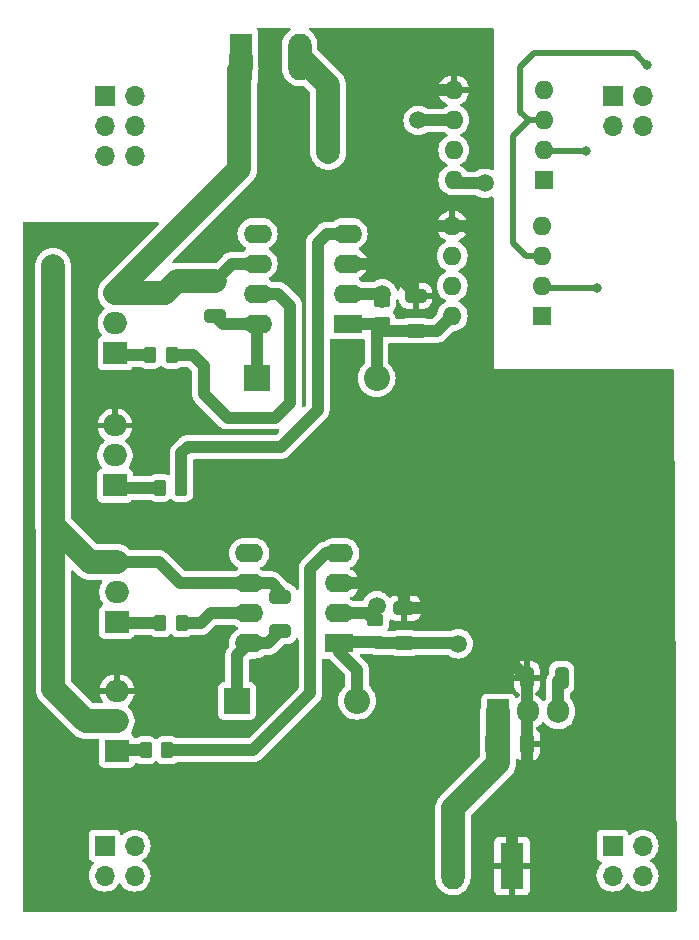
<source format=gbr>
%TF.GenerationSoftware,KiCad,Pcbnew,7.0.5*%
%TF.CreationDate,2023-11-23T21:46:28-03:00*%
%TF.ProjectId,Inversor,496e7665-7273-46f7-922e-6b696361645f,rev?*%
%TF.SameCoordinates,Original*%
%TF.FileFunction,Copper,L2,Bot*%
%TF.FilePolarity,Positive*%
%FSLAX46Y46*%
G04 Gerber Fmt 4.6, Leading zero omitted, Abs format (unit mm)*
G04 Created by KiCad (PCBNEW 7.0.5) date 2023-11-23 21:46:28*
%MOMM*%
%LPD*%
G01*
G04 APERTURE LIST*
G04 Aperture macros list*
%AMRoundRect*
0 Rectangle with rounded corners*
0 $1 Rounding radius*
0 $2 $3 $4 $5 $6 $7 $8 $9 X,Y pos of 4 corners*
0 Add a 4 corners polygon primitive as box body*
4,1,4,$2,$3,$4,$5,$6,$7,$8,$9,$2,$3,0*
0 Add four circle primitives for the rounded corners*
1,1,$1+$1,$2,$3*
1,1,$1+$1,$4,$5*
1,1,$1+$1,$6,$7*
1,1,$1+$1,$8,$9*
0 Add four rect primitives between the rounded corners*
20,1,$1+$1,$2,$3,$4,$5,0*
20,1,$1+$1,$4,$5,$6,$7,0*
20,1,$1+$1,$6,$7,$8,$9,0*
20,1,$1+$1,$8,$9,$2,$3,0*%
G04 Aperture macros list end*
%TA.AperFunction,ComponentPad*%
%ADD10R,2.000000X1.905000*%
%TD*%
%TA.AperFunction,ComponentPad*%
%ADD11O,2.000000X1.905000*%
%TD*%
%TA.AperFunction,ComponentPad*%
%ADD12O,1.980000X3.960000*%
%TD*%
%TA.AperFunction,ComponentPad*%
%ADD13R,1.980000X3.960000*%
%TD*%
%TA.AperFunction,ComponentPad*%
%ADD14R,2.200000X2.200000*%
%TD*%
%TA.AperFunction,ComponentPad*%
%ADD15O,2.200000X2.200000*%
%TD*%
%TA.AperFunction,ComponentPad*%
%ADD16O,1.700000X1.700000*%
%TD*%
%TA.AperFunction,ComponentPad*%
%ADD17R,1.700000X1.700000*%
%TD*%
%TA.AperFunction,ComponentPad*%
%ADD18R,1.600000X1.600000*%
%TD*%
%TA.AperFunction,ComponentPad*%
%ADD19O,1.600000X1.600000*%
%TD*%
%TA.AperFunction,ComponentPad*%
%ADD20R,2.400000X1.600000*%
%TD*%
%TA.AperFunction,ComponentPad*%
%ADD21O,2.400000X1.600000*%
%TD*%
%TA.AperFunction,ComponentPad*%
%ADD22R,1.905000X2.000000*%
%TD*%
%TA.AperFunction,ComponentPad*%
%ADD23O,1.905000X2.000000*%
%TD*%
%TA.AperFunction,SMDPad,CuDef*%
%ADD24RoundRect,0.250000X0.450000X-0.262500X0.450000X0.262500X-0.450000X0.262500X-0.450000X-0.262500X0*%
%TD*%
%TA.AperFunction,SMDPad,CuDef*%
%ADD25RoundRect,0.250000X0.262500X0.450000X-0.262500X0.450000X-0.262500X-0.450000X0.262500X-0.450000X0*%
%TD*%
%TA.AperFunction,SMDPad,CuDef*%
%ADD26RoundRect,0.250000X-0.325000X-0.650000X0.325000X-0.650000X0.325000X0.650000X-0.325000X0.650000X0*%
%TD*%
%TA.AperFunction,SMDPad,CuDef*%
%ADD27RoundRect,0.250000X0.650000X-0.325000X0.650000X0.325000X-0.650000X0.325000X-0.650000X-0.325000X0*%
%TD*%
%TA.AperFunction,SMDPad,CuDef*%
%ADD28RoundRect,0.250000X0.325000X0.650000X-0.325000X0.650000X-0.325000X-0.650000X0.325000X-0.650000X0*%
%TD*%
%TA.AperFunction,SMDPad,CuDef*%
%ADD29RoundRect,0.250000X-0.650000X0.325000X-0.650000X-0.325000X0.650000X-0.325000X0.650000X0.325000X0*%
%TD*%
%TA.AperFunction,ViaPad*%
%ADD30C,1.500000*%
%TD*%
%TA.AperFunction,ViaPad*%
%ADD31C,0.800000*%
%TD*%
%TA.AperFunction,ViaPad*%
%ADD32C,2.000000*%
%TD*%
%TA.AperFunction,Conductor*%
%ADD33C,1.000000*%
%TD*%
%TA.AperFunction,Conductor*%
%ADD34C,0.500000*%
%TD*%
%TA.AperFunction,Conductor*%
%ADD35C,2.000000*%
%TD*%
G04 APERTURE END LIST*
D10*
%TO.P,Q2,1,G*%
%TO.N,Net-(Q2-G)*%
X60585000Y-98090000D03*
D11*
%TO.P,Q2,2,D*%
%TO.N,Load+*%
X60585000Y-95550000D03*
%TO.P,Q2,3,S*%
%TO.N,GND*%
X60585000Y-93010000D03*
%TD*%
D12*
%TO.P,J1,2,Pin_2*%
%TO.N,Net-(J1-Pin_2)*%
X76230000Y-61790000D03*
D13*
%TO.P,J1,1,Pin_1*%
%TO.N,Load+*%
X71230000Y-61790000D03*
%TD*%
D14*
%TO.P,D2,1,K*%
%TO.N,Net-(D2-K)*%
X72570000Y-89000000D03*
D15*
%TO.P,D2,2,A*%
%TO.N,+15V*%
X82730000Y-89000000D03*
%TD*%
D16*
%TO.P,J7,6,Pin_6*%
%TO.N,iout*%
X62245000Y-70166250D03*
%TO.P,J7,5,Pin_5*%
%TO.N,unconnected-(J7-Pin_5-Pad5)*%
X59705000Y-70166250D03*
%TO.P,J7,4,Pin_4*%
%TO.N,GNDS*%
X62245000Y-67626250D03*
%TO.P,J7,3,Pin_3*%
%TO.N,unconnected-(J7-Pin_3-Pad3)*%
X59705000Y-67626250D03*
%TO.P,J7,2,Pin_2*%
%TO.N,+5V*%
X62245000Y-65086250D03*
D17*
%TO.P,J7,1,Pin_1*%
%TO.N,unconnected-(J7-Pin_1-Pad1)*%
X59705000Y-65086250D03*
%TD*%
D18*
%TO.P,U6,1,NC*%
%TO.N,unconnected-(U6-NC-Pad1)*%
X96760000Y-83730000D03*
D19*
%TO.P,U6,2*%
%TO.N,Net-(R5-Pad2)*%
X96760000Y-81190000D03*
%TO.P,U6,3*%
%TO.N,GNDS*%
X96760000Y-78650000D03*
%TO.P,U6,4,NC*%
%TO.N,unconnected-(U6-NC-Pad4)*%
X96760000Y-76110000D03*
%TO.P,U6,5*%
%TO.N,GND*%
X89140000Y-76110000D03*
%TO.P,U6,6*%
%TO.N,in2*%
X89140000Y-78650000D03*
%TO.P,U6,7*%
%TO.N,unconnected-(U6-Pad7)*%
X89140000Y-81190000D03*
%TO.P,U6,8*%
%TO.N,+15V*%
X89140000Y-83730000D03*
%TD*%
D18*
%TO.P,U5,1,NC*%
%TO.N,unconnected-(U5-NC-Pad1)*%
X96890000Y-72230000D03*
D19*
%TO.P,U5,2*%
%TO.N,Net-(R13-Pad2)*%
X96890000Y-69690000D03*
%TO.P,U5,3*%
%TO.N,GNDS*%
X96890000Y-67150000D03*
%TO.P,U5,4,NC*%
%TO.N,unconnected-(U5-NC-Pad4)*%
X96890000Y-64610000D03*
%TO.P,U5,5*%
%TO.N,GND*%
X89270000Y-64610000D03*
%TO.P,U5,6*%
%TO.N,in1*%
X89270000Y-67150000D03*
%TO.P,U5,7*%
%TO.N,unconnected-(U5-Pad7)*%
X89270000Y-69690000D03*
%TO.P,U5,8*%
%TO.N,+15V*%
X89270000Y-72230000D03*
%TD*%
D16*
%TO.P,J4,4,Pin_4*%
%TO.N,unconnected-(J4-Pin_4-Pad4)*%
X105245000Y-67626250D03*
%TO.P,J4,3,Pin_3*%
%TO.N,pwm1*%
X102705000Y-67626250D03*
%TO.P,J4,2,Pin_2*%
%TO.N,GNDS*%
X105245000Y-65086250D03*
D17*
%TO.P,J4,1,Pin_1*%
%TO.N,pwm2*%
X102705000Y-65086250D03*
%TD*%
D10*
%TO.P,Q1,1,G*%
%TO.N,Net-(Q1-G)*%
X60615000Y-86880000D03*
D11*
%TO.P,Q1,2,D*%
%TO.N,+24V*%
X60615000Y-84340000D03*
%TO.P,Q1,3,S*%
%TO.N,Load+*%
X60615000Y-81800000D03*
%TD*%
D20*
%TO.P,U1,1,VCC*%
%TO.N,+15V*%
X80275000Y-84390000D03*
D21*
%TO.P,U1,2,IN*%
%TO.N,in1*%
X80275000Y-81850000D03*
%TO.P,U1,3,COM*%
%TO.N,GND*%
X80275000Y-79310000D03*
%TO.P,U1,4,LO*%
%TO.N,Net-(U1-LO)*%
X80275000Y-76770000D03*
%TO.P,U1,5,NC*%
%TO.N,unconnected-(U1-NC-Pad5)*%
X72655000Y-76770000D03*
%TO.P,U1,6,VS*%
%TO.N,Load+*%
X72655000Y-79310000D03*
%TO.P,U1,7,HO*%
%TO.N,Net-(U1-HO)*%
X72655000Y-81850000D03*
%TO.P,U1,8,VB*%
%TO.N,Net-(D2-K)*%
X72655000Y-84390000D03*
%TD*%
D10*
%TO.P,Q3,1,G*%
%TO.N,Net-(Q3-G)*%
X60732800Y-109647600D03*
D11*
%TO.P,Q3,2,D*%
%TO.N,+24V*%
X60732800Y-107107600D03*
%TO.P,Q3,3,S*%
%TO.N,Load-*%
X60732800Y-104567600D03*
%TD*%
D16*
%TO.P,J6,4,Pin_4*%
%TO.N,unconnected-(J6-Pin_4-Pad4)*%
X62245000Y-131126250D03*
%TO.P,J6,3,Pin_3*%
%TO.N,unconnected-(J6-Pin_3-Pad3)*%
X59705000Y-131126250D03*
%TO.P,J6,2,Pin_2*%
%TO.N,unconnected-(J6-Pin_2-Pad2)*%
X62245000Y-128586250D03*
D17*
%TO.P,J6,1,Pin_1*%
%TO.N,unconnected-(J6-Pin_1-Pad1)*%
X59705000Y-128586250D03*
%TD*%
D22*
%TO.P,U2,1,VI*%
%TO.N,+24V*%
X93020000Y-117215000D03*
D23*
%TO.P,U2,2,GND*%
%TO.N,GND*%
X95560000Y-117215000D03*
%TO.P,U2,3,VO*%
%TO.N,+15V*%
X98100000Y-117215000D03*
%TD*%
D16*
%TO.P,J5,4,Pin_4*%
%TO.N,unconnected-(J5-Pin_4-Pad4)*%
X105245000Y-131126250D03*
%TO.P,J5,3,Pin_3*%
%TO.N,unconnected-(J5-Pin_3-Pad3)*%
X102705000Y-131126250D03*
%TO.P,J5,2,Pin_2*%
%TO.N,unconnected-(J5-Pin_2-Pad2)*%
X105245000Y-128586250D03*
D17*
%TO.P,J5,1,Pin_1*%
%TO.N,unconnected-(J5-Pin_1-Pad1)*%
X102705000Y-128586250D03*
%TD*%
D14*
%TO.P,D1,1,K*%
%TO.N,Net-(D1-K)*%
X70920000Y-116315000D03*
D15*
%TO.P,D1,2,A*%
%TO.N,+15V*%
X81080000Y-116315000D03*
%TD*%
D13*
%TO.P,J3,1,Pin_1*%
%TO.N,GND*%
X94195000Y-130300000D03*
D12*
%TO.P,J3,2,Pin_2*%
%TO.N,+24V*%
X89195000Y-130300000D03*
%TD*%
D10*
%TO.P,Q4,1,G*%
%TO.N,Net-(Q4-G)*%
X60760000Y-120570000D03*
D11*
%TO.P,Q4,2,D*%
%TO.N,Load-*%
X60760000Y-118030000D03*
%TO.P,Q4,3,S*%
%TO.N,GND*%
X60760000Y-115490000D03*
%TD*%
D20*
%TO.P,U3,1,VCC*%
%TO.N,+15V*%
X79575000Y-111445000D03*
D21*
%TO.P,U3,2,IN*%
%TO.N,in2*%
X79575000Y-108905000D03*
%TO.P,U3,3,COM*%
%TO.N,GND*%
X79575000Y-106365000D03*
%TO.P,U3,4,LO*%
%TO.N,Net-(U3-LO)*%
X79575000Y-103825000D03*
%TO.P,U3,5,NC*%
%TO.N,unconnected-(U3-NC-Pad5)*%
X71955000Y-103825000D03*
%TO.P,U3,6,VS*%
%TO.N,Load-*%
X71955000Y-106365000D03*
%TO.P,U3,7,HO*%
%TO.N,Net-(U3-HO)*%
X71955000Y-108905000D03*
%TO.P,U3,8,VB*%
%TO.N,Net-(D1-K)*%
X71955000Y-111445000D03*
%TD*%
D24*
%TO.P,R12,1*%
%TO.N,+15V*%
X83170000Y-84332500D03*
%TO.P,R12,2*%
%TO.N,in1*%
X83170000Y-82507500D03*
%TD*%
D25*
%TO.P,R4,1*%
%TO.N,Net-(U1-HO)*%
X65392500Y-87040000D03*
%TO.P,R4,2*%
%TO.N,Net-(Q1-G)*%
X63567500Y-87040000D03*
%TD*%
D24*
%TO.P,R6,1*%
%TO.N,+15V*%
X82620000Y-111322500D03*
%TO.P,R6,2*%
%TO.N,in2*%
X82620000Y-109497500D03*
%TD*%
D25*
%TO.P,R2,1*%
%TO.N,Net-(U3-LO)*%
X64992500Y-120510000D03*
%TO.P,R2,2*%
%TO.N,Net-(Q4-G)*%
X63167500Y-120510000D03*
%TD*%
D26*
%TO.P,C6,1*%
%TO.N,GND*%
X95450000Y-114355000D03*
%TO.P,C6,2*%
%TO.N,+15V*%
X98400000Y-114355000D03*
%TD*%
D27*
%TO.P,C3,1*%
%TO.N,+15V*%
X86030000Y-84985000D03*
%TO.P,C3,2*%
%TO.N,GND*%
X86030000Y-82035000D03*
%TD*%
D25*
%TO.P,R1,1*%
%TO.N,Net-(U3-HO)*%
X66232500Y-109745000D03*
%TO.P,R1,2*%
%TO.N,Net-(Q3-G)*%
X64407500Y-109745000D03*
%TD*%
D28*
%TO.P,C5,1*%
%TO.N,GND*%
X95475000Y-119965000D03*
%TO.P,C5,2*%
%TO.N,+24V*%
X92525000Y-119965000D03*
%TD*%
D27*
%TO.P,C1,1*%
%TO.N,+15V*%
X85080000Y-111440000D03*
%TO.P,C1,2*%
%TO.N,GND*%
X85080000Y-108490000D03*
%TD*%
D29*
%TO.P,C4,1*%
%TO.N,Load+*%
X69030000Y-80765000D03*
%TO.P,C4,2*%
%TO.N,Net-(D2-K)*%
X69030000Y-83715000D03*
%TD*%
%TO.P,C2,1*%
%TO.N,Load-*%
X74560000Y-107495000D03*
%TO.P,C2,2*%
%TO.N,Net-(D1-K)*%
X74560000Y-110445000D03*
%TD*%
D25*
%TO.P,R3,1*%
%TO.N,Net-(U1-LO)*%
X66200000Y-98310000D03*
%TO.P,R3,2*%
%TO.N,Net-(Q2-G)*%
X64375000Y-98310000D03*
%TD*%
D30*
%TO.N,+15V*%
X89630000Y-111490000D03*
%TO.N,in2*%
X82760000Y-108290000D03*
%TO.N,in1*%
X83230000Y-81880000D03*
X86250000Y-67180000D03*
%TO.N,+15V*%
X91870000Y-72510000D03*
D31*
%TO.N,GNDS*%
X105590000Y-62490000D03*
%TO.N,Net-(R13-Pad2)*%
X100420000Y-69790000D03*
%TO.N,Net-(R5-Pad2)*%
X101360000Y-81410000D03*
D32*
%TO.N,Net-(J1-Pin_2)*%
X78650000Y-69860000D03*
%TO.N,Load-*%
X55330000Y-79480000D03*
%TD*%
D33*
%TO.N,+15V*%
X89630000Y-111540000D02*
X89540000Y-111450000D01*
X89630000Y-111490000D02*
X89630000Y-111540000D01*
X89580000Y-111490000D02*
X89630000Y-111490000D01*
X89530000Y-111440000D02*
X89580000Y-111490000D01*
X85080000Y-111440000D02*
X89530000Y-111440000D01*
%TO.N,in2*%
X82760000Y-108510000D02*
X82570000Y-108700000D01*
X82760000Y-108290000D02*
X82760000Y-108510000D01*
%TO.N,GND*%
X85080000Y-107350000D02*
X84095000Y-106365000D01*
X85080000Y-108490000D02*
X85080000Y-107350000D01*
X84095000Y-106365000D02*
X79575000Y-106365000D01*
%TO.N,in1*%
X83230000Y-82567500D02*
X83170000Y-82507500D01*
X83230000Y-81880000D02*
X83230000Y-82567500D01*
X82542500Y-81880000D02*
X83230000Y-81880000D01*
X89240000Y-67180000D02*
X89270000Y-67150000D01*
X86250000Y-67180000D02*
X89240000Y-67180000D01*
%TO.N,+15V*%
X89550000Y-72510000D02*
X89270000Y-72230000D01*
X91870000Y-72510000D02*
X89550000Y-72510000D01*
D34*
%TO.N,GNDS*%
X105590000Y-62490000D02*
X105590000Y-62450000D01*
X104690000Y-61590000D02*
X105550000Y-62450000D01*
X104610000Y-61510000D02*
X104690000Y-61590000D01*
X105550000Y-62450000D02*
X105590000Y-62490000D01*
X96080000Y-61510000D02*
X104610000Y-61510000D01*
X95610000Y-67150000D02*
X94890000Y-66430000D01*
X94890000Y-62700000D02*
X96080000Y-61510000D01*
X96890000Y-67150000D02*
X95610000Y-67150000D01*
X94890000Y-66430000D02*
X94890000Y-62700000D01*
%TO.N,Net-(R13-Pad2)*%
X96990000Y-69790000D02*
X96890000Y-69690000D01*
X100420000Y-69790000D02*
X96990000Y-69790000D01*
%TO.N,GNDS*%
X95370000Y-78650000D02*
X96760000Y-78650000D01*
X94260000Y-68490000D02*
X94260000Y-77540000D01*
X94260000Y-77540000D02*
X95370000Y-78650000D01*
X95600000Y-67150000D02*
X94260000Y-68490000D01*
X96890000Y-67150000D02*
X95600000Y-67150000D01*
%TO.N,Net-(R5-Pad2)*%
X96980000Y-81410000D02*
X96760000Y-81190000D01*
X101360000Y-81410000D02*
X96980000Y-81410000D01*
D35*
%TO.N,Net-(J1-Pin_2)*%
X78610000Y-64170000D02*
X78610000Y-69820000D01*
X76230000Y-61790000D02*
X78610000Y-64170000D01*
X78610000Y-69820000D02*
X78650000Y-69860000D01*
%TO.N,Load+*%
X71120000Y-62890000D02*
X71120000Y-71295000D01*
X71120000Y-71295000D02*
X60615000Y-81800000D01*
X71230000Y-62780000D02*
X71120000Y-62890000D01*
%TO.N,Load-*%
X55330000Y-79480000D02*
X55320000Y-101410000D01*
%TO.N,Load+*%
X71230000Y-61790000D02*
X71230000Y-62780000D01*
D33*
%TO.N,+15V*%
X86030000Y-84985000D02*
X87885000Y-84985000D01*
X82730000Y-84772500D02*
X83170000Y-84332500D01*
X82730000Y-89000000D02*
X82730000Y-84772500D01*
X81080000Y-113705000D02*
X79575000Y-112200000D01*
X82620000Y-111322500D02*
X79697500Y-111322500D01*
X98100000Y-117215000D02*
X98100000Y-114655000D01*
X79697500Y-111322500D02*
X79575000Y-111445000D01*
X83112500Y-84390000D02*
X83170000Y-84332500D01*
X86030000Y-84985000D02*
X82942500Y-84985000D01*
X81080000Y-116315000D02*
X81080000Y-113705000D01*
X82737500Y-111440000D02*
X82620000Y-111322500D01*
X98100000Y-114655000D02*
X98400000Y-114355000D01*
X80275000Y-84390000D02*
X83112500Y-84390000D01*
X82942500Y-84985000D02*
X82730000Y-84772500D01*
X79575000Y-112200000D02*
X79575000Y-111445000D01*
X85080000Y-111440000D02*
X82737500Y-111440000D01*
X87885000Y-84985000D02*
X89140000Y-83730000D01*
%TO.N,GND*%
X85080000Y-108490000D02*
X91390000Y-108490000D01*
X86030000Y-81880000D02*
X83460000Y-79310000D01*
X95450000Y-123580000D02*
X95450000Y-114355000D01*
X89140000Y-76110000D02*
X90280000Y-76110000D01*
X83510000Y-76110000D02*
X83460000Y-76060000D01*
X91390000Y-108490000D02*
X91490000Y-108390000D01*
X91490000Y-77320000D02*
X91490000Y-108390000D01*
X94195000Y-124835000D02*
X95450000Y-123580000D01*
X86030000Y-82035000D02*
X86030000Y-81880000D01*
X83460000Y-66970000D02*
X83460000Y-76060000D01*
X91490000Y-110395000D02*
X95450000Y-114355000D01*
X83460000Y-79310000D02*
X80275000Y-79310000D01*
X94195000Y-130300000D02*
X94195000Y-124835000D01*
X90280000Y-76110000D02*
X91490000Y-77320000D01*
X83460000Y-76060000D02*
X83460000Y-79310000D01*
X89270000Y-64610000D02*
X85820000Y-64610000D01*
X89140000Y-76110000D02*
X83510000Y-76110000D01*
X85820000Y-64610000D02*
X83460000Y-66970000D01*
X91490000Y-108390000D02*
X91490000Y-110395000D01*
D35*
%TO.N,Load-*%
X55320000Y-79570000D02*
X55330000Y-79480000D01*
X55370000Y-101460000D02*
X55320000Y-101410000D01*
D33*
X66090000Y-106365000D02*
X71955000Y-106365000D01*
X64292600Y-104567600D02*
X66090000Y-106365000D01*
D35*
X58110000Y-118030000D02*
X55370000Y-115290000D01*
X60760000Y-118030000D02*
X58110000Y-118030000D01*
D33*
X73840000Y-106365000D02*
X74560000Y-107085000D01*
X60732800Y-104567600D02*
X64292600Y-104567600D01*
D35*
X55320000Y-101410000D02*
X58477600Y-104567600D01*
D33*
X74560000Y-107085000D02*
X74560000Y-107495000D01*
D35*
X55370000Y-115290000D02*
X55370000Y-101460000D01*
X58477600Y-104567600D02*
X60732800Y-104567600D01*
D33*
X71955000Y-106365000D02*
X73840000Y-106365000D01*
%TO.N,Net-(D1-K)*%
X70920000Y-116315000D02*
X70920000Y-112480000D01*
X71955000Y-111445000D02*
X73560000Y-111445000D01*
X70920000Y-112480000D02*
X71955000Y-111445000D01*
X73560000Y-111445000D02*
X74560000Y-110445000D01*
D35*
%TO.N,Load+*%
X65815000Y-80765000D02*
X69030000Y-80765000D01*
X60615000Y-81800000D02*
X64780000Y-81800000D01*
X64780000Y-81800000D02*
X65815000Y-80765000D01*
D33*
X72655000Y-79310000D02*
X70485000Y-79310000D01*
X70485000Y-79310000D02*
X69030000Y-80765000D01*
%TO.N,Net-(D2-K)*%
X72570000Y-89000000D02*
X72570000Y-84475000D01*
X72570000Y-84475000D02*
X72655000Y-84390000D01*
X72655000Y-84390000D02*
X69705000Y-84390000D01*
X69705000Y-84390000D02*
X69030000Y-83715000D01*
D35*
%TO.N,+24V*%
X89195000Y-130300000D02*
X89195000Y-125435000D01*
X93020000Y-121610000D02*
X93020000Y-117215000D01*
D33*
X92525000Y-117710000D02*
X93020000Y-117215000D01*
D35*
X89195000Y-125435000D02*
X93020000Y-121610000D01*
D33*
%TO.N,Net-(Q1-G)*%
X63567500Y-87040000D02*
X60775000Y-87040000D01*
X60775000Y-87040000D02*
X60615000Y-86880000D01*
%TO.N,Net-(Q2-G)*%
X64375000Y-98310000D02*
X60675000Y-98310000D01*
X60675000Y-98310000D02*
X60615000Y-98370000D01*
%TO.N,Net-(Q3-G)*%
X64407500Y-109745000D02*
X60830200Y-109745000D01*
X60830200Y-109745000D02*
X60732800Y-109647600D01*
%TO.N,Net-(Q4-G)*%
X60820000Y-120510000D02*
X60760000Y-120570000D01*
X63167500Y-120510000D02*
X60820000Y-120510000D01*
%TO.N,Net-(U3-HO)*%
X66232500Y-109745000D02*
X67830000Y-109745000D01*
X68670000Y-108905000D02*
X71955000Y-108905000D01*
X67830000Y-109745000D02*
X68670000Y-108905000D01*
%TO.N,Net-(U3-LO)*%
X72280000Y-120510000D02*
X77130000Y-115660000D01*
X78445000Y-103825000D02*
X79575000Y-103825000D01*
X77130000Y-105140000D02*
X78445000Y-103825000D01*
X64992500Y-120510000D02*
X72280000Y-120510000D01*
X77130000Y-115660000D02*
X77130000Y-105140000D01*
%TO.N,Net-(U1-LO)*%
X66200000Y-95360000D02*
X66200000Y-98310000D01*
X78500000Y-76770000D02*
X77750000Y-77520000D01*
X77750000Y-77520000D02*
X77750000Y-91684000D01*
X66726000Y-94834000D02*
X66200000Y-95360000D01*
X74600000Y-94834000D02*
X66726000Y-94834000D01*
X77750000Y-91684000D02*
X74600000Y-94834000D01*
X80275000Y-76770000D02*
X78500000Y-76770000D01*
%TO.N,Net-(U1-HO)*%
X75440000Y-82890000D02*
X74400000Y-81850000D01*
X68120000Y-90350000D02*
X70110000Y-92340000D01*
X70110000Y-92340000D02*
X74170000Y-92340000D01*
X65392500Y-87040000D02*
X67160000Y-87040000D01*
X74400000Y-81850000D02*
X72655000Y-81850000D01*
X75440000Y-91070000D02*
X75440000Y-82890000D01*
X74170000Y-92340000D02*
X75440000Y-91070000D01*
X68120000Y-88000000D02*
X68120000Y-90350000D01*
X67160000Y-87040000D02*
X68120000Y-88000000D01*
%TO.N,in2*%
X82547500Y-109497500D02*
X81955000Y-108905000D01*
X82620000Y-109497500D02*
X82547500Y-109497500D01*
X81955000Y-108905000D02*
X79575000Y-108905000D01*
%TO.N,in1*%
X80275000Y-81850000D02*
X82512500Y-81850000D01*
X82512500Y-81850000D02*
X82542500Y-81880000D01*
%TD*%
%TA.AperFunction,Conductor*%
%TO.N,GND*%
G36*
X57075703Y-105288177D02*
G01*
X57082181Y-105294209D01*
X57347984Y-105560012D01*
X57353073Y-105565774D01*
X57369862Y-105587344D01*
X57369864Y-105587346D01*
X57369865Y-105587347D01*
X57437588Y-105649690D01*
X57439413Y-105651441D01*
X57449948Y-105661976D01*
X57460460Y-105672489D01*
X57460466Y-105672494D01*
X57460474Y-105672502D01*
X57483176Y-105691729D01*
X57485097Y-105693425D01*
X57552815Y-105755764D01*
X57552817Y-105755765D01*
X57552818Y-105755766D01*
X57575686Y-105770706D01*
X57581850Y-105775302D01*
X57602706Y-105792966D01*
X57681781Y-105840084D01*
X57683933Y-105841428D01*
X57697746Y-105850452D01*
X57760993Y-105891773D01*
X57786018Y-105902750D01*
X57792848Y-105906265D01*
X57816327Y-105920256D01*
X57902092Y-105953721D01*
X57904427Y-105954688D01*
X57988719Y-105991663D01*
X58015223Y-105998374D01*
X58022520Y-106000712D01*
X58047986Y-106010650D01*
X58138077Y-106029540D01*
X58140564Y-106030116D01*
X58229775Y-106052707D01*
X58229779Y-106052708D01*
X58229782Y-106052708D01*
X58229787Y-106052709D01*
X58257006Y-106054964D01*
X58264616Y-106056073D01*
X58277327Y-106058738D01*
X58291363Y-106061681D01*
X58383338Y-106065484D01*
X58385878Y-106065642D01*
X58415533Y-106068100D01*
X58445285Y-106068100D01*
X58447844Y-106068152D01*
X58539821Y-106071957D01*
X58566947Y-106068575D01*
X58574619Y-106068100D01*
X59399485Y-106068100D01*
X59466524Y-106087785D01*
X59512279Y-106140589D01*
X59522223Y-106209747D01*
X59497339Y-106268262D01*
X59464729Y-106310159D01*
X59350121Y-106521934D01*
X59350118Y-106521943D01*
X59271934Y-106749683D01*
X59248797Y-106888337D01*
X59232300Y-106987201D01*
X59232300Y-107227999D01*
X59239394Y-107270511D01*
X59271934Y-107465516D01*
X59350118Y-107693256D01*
X59350121Y-107693265D01*
X59464729Y-107905041D01*
X59464733Y-107905047D01*
X59575632Y-108047530D01*
X59601275Y-108112524D01*
X59587708Y-108181064D01*
X59539240Y-108231388D01*
X59521113Y-108239873D01*
X59490475Y-108251300D01*
X59490464Y-108251306D01*
X59375255Y-108337552D01*
X59375252Y-108337555D01*
X59289006Y-108452764D01*
X59289002Y-108452771D01*
X59238708Y-108587617D01*
X59232301Y-108647216D01*
X59232300Y-108647235D01*
X59232300Y-110647970D01*
X59232301Y-110647976D01*
X59238708Y-110707583D01*
X59289002Y-110842428D01*
X59289006Y-110842435D01*
X59375252Y-110957644D01*
X59375255Y-110957647D01*
X59490464Y-111043893D01*
X59490471Y-111043897D01*
X59625317Y-111094191D01*
X59625316Y-111094191D01*
X59630460Y-111094744D01*
X59684927Y-111100600D01*
X61780672Y-111100599D01*
X61840283Y-111094191D01*
X61975131Y-111043896D01*
X62090346Y-110957646D01*
X62176596Y-110842431D01*
X62182661Y-110826168D01*
X62224531Y-110770235D01*
X62289995Y-110745816D01*
X62298844Y-110745500D01*
X63582770Y-110745500D01*
X63649809Y-110765185D01*
X63670451Y-110781819D01*
X63676344Y-110787712D01*
X63825666Y-110879814D01*
X63992203Y-110934999D01*
X64094991Y-110945500D01*
X64720008Y-110945499D01*
X64720016Y-110945498D01*
X64720019Y-110945498D01*
X64776302Y-110939748D01*
X64822797Y-110934999D01*
X64989334Y-110879814D01*
X65138656Y-110787712D01*
X65232318Y-110694049D01*
X65293642Y-110660564D01*
X65363334Y-110665548D01*
X65407680Y-110694048D01*
X65501344Y-110787712D01*
X65650666Y-110879814D01*
X65817203Y-110934999D01*
X65919991Y-110945500D01*
X66545008Y-110945499D01*
X66545016Y-110945498D01*
X66545019Y-110945498D01*
X66601302Y-110939748D01*
X66647797Y-110934999D01*
X66814334Y-110879814D01*
X66963656Y-110787712D01*
X66969549Y-110781819D01*
X67030872Y-110748334D01*
X67057230Y-110745500D01*
X67816507Y-110745500D01*
X67818069Y-110745519D01*
X67855283Y-110746462D01*
X67906358Y-110747757D01*
X67906358Y-110747756D01*
X67906363Y-110747757D01*
X67966753Y-110736932D01*
X67971412Y-110736280D01*
X68013607Y-110731988D01*
X68032438Y-110730074D01*
X68065227Y-110719786D01*
X68072840Y-110717918D01*
X68106653Y-110711858D01*
X68163621Y-110689101D01*
X68168053Y-110687524D01*
X68182080Y-110683123D01*
X68226588Y-110669159D01*
X68256627Y-110652484D01*
X68263708Y-110649122D01*
X68295617Y-110636377D01*
X68346854Y-110602608D01*
X68350851Y-110600187D01*
X68404502Y-110570409D01*
X68430568Y-110548030D01*
X68436843Y-110543300D01*
X68465519Y-110524402D01*
X68508917Y-110481002D01*
X68512336Y-110477834D01*
X68558895Y-110437866D01*
X68579931Y-110410688D01*
X68585101Y-110404818D01*
X69048101Y-109941819D01*
X69109425Y-109908334D01*
X69135783Y-109905500D01*
X70677412Y-109905500D01*
X70744451Y-109925185D01*
X70748523Y-109927917D01*
X70902266Y-110035568D01*
X70960275Y-110062618D01*
X71012714Y-110108791D01*
X71031866Y-110175984D01*
X71011650Y-110242865D01*
X70960275Y-110287381D01*
X70950444Y-110291966D01*
X70902267Y-110314431D01*
X70902265Y-110314432D01*
X70715858Y-110444954D01*
X70554954Y-110605858D01*
X70424432Y-110792265D01*
X70424431Y-110792267D01*
X70328261Y-110998502D01*
X70328258Y-110998511D01*
X70269366Y-111218302D01*
X70269364Y-111218313D01*
X70249532Y-111444998D01*
X70249532Y-111445001D01*
X70267867Y-111654570D01*
X70254100Y-111723070D01*
X70232020Y-111753058D01*
X70222090Y-111762988D01*
X70220966Y-111764084D01*
X70156946Y-111824942D01*
X70121899Y-111875294D01*
X70119062Y-111879056D01*
X70080302Y-111926592D01*
X70080299Y-111926597D01*
X70064392Y-111957047D01*
X70060324Y-111963761D01*
X70040702Y-111991954D01*
X70016509Y-112048330D01*
X70014488Y-112052584D01*
X69986091Y-112106951D01*
X69986090Y-112106952D01*
X69976640Y-112139975D01*
X69974007Y-112147371D01*
X69960459Y-112178943D01*
X69948113Y-112239019D01*
X69946990Y-112243595D01*
X69930113Y-112302577D01*
X69930113Y-112302579D01*
X69927503Y-112336841D01*
X69926414Y-112344608D01*
X69924797Y-112352483D01*
X69919500Y-112378258D01*
X69919500Y-112439597D01*
X69919321Y-112444306D01*
X69914662Y-112505474D01*
X69916707Y-112521527D01*
X69919003Y-112539560D01*
X69919500Y-112547388D01*
X69919500Y-114590500D01*
X69899815Y-114657539D01*
X69847011Y-114703294D01*
X69795505Y-114714500D01*
X69772132Y-114714500D01*
X69772123Y-114714501D01*
X69712516Y-114720908D01*
X69577671Y-114771202D01*
X69577664Y-114771206D01*
X69462455Y-114857452D01*
X69462452Y-114857455D01*
X69376206Y-114972664D01*
X69376202Y-114972671D01*
X69325908Y-115107517D01*
X69320514Y-115157697D01*
X69319501Y-115167123D01*
X69319500Y-115167135D01*
X69319500Y-117462870D01*
X69319501Y-117462876D01*
X69325908Y-117522483D01*
X69376202Y-117657328D01*
X69376206Y-117657335D01*
X69462452Y-117772544D01*
X69462455Y-117772547D01*
X69577664Y-117858793D01*
X69577671Y-117858797D01*
X69712517Y-117909091D01*
X69712516Y-117909091D01*
X69719444Y-117909835D01*
X69772127Y-117915500D01*
X72067872Y-117915499D01*
X72127483Y-117909091D01*
X72262331Y-117858796D01*
X72377546Y-117772546D01*
X72463796Y-117657331D01*
X72514091Y-117522483D01*
X72520500Y-117462873D01*
X72520499Y-115167128D01*
X72514091Y-115107517D01*
X72494509Y-115055016D01*
X72463797Y-114972671D01*
X72463793Y-114972664D01*
X72377547Y-114857455D01*
X72377544Y-114857452D01*
X72262335Y-114771206D01*
X72262328Y-114771202D01*
X72127482Y-114720908D01*
X72127483Y-114720908D01*
X72067883Y-114714501D01*
X72067881Y-114714500D01*
X72067873Y-114714500D01*
X72067865Y-114714500D01*
X72044500Y-114714500D01*
X71977461Y-114694815D01*
X71931706Y-114642011D01*
X71920500Y-114590500D01*
X71920500Y-112945783D01*
X71940185Y-112878744D01*
X71956819Y-112858101D01*
X72033103Y-112781818D01*
X72094427Y-112748334D01*
X72120784Y-112745500D01*
X72411785Y-112745500D01*
X72411785Y-112745499D01*
X72581692Y-112730635D01*
X72801496Y-112671739D01*
X73007734Y-112575568D01*
X73161465Y-112467924D01*
X73227671Y-112445598D01*
X73232588Y-112445500D01*
X73546507Y-112445500D01*
X73548069Y-112445519D01*
X73585283Y-112446462D01*
X73636358Y-112447757D01*
X73636358Y-112447756D01*
X73636363Y-112447757D01*
X73696753Y-112436932D01*
X73701412Y-112436280D01*
X73743607Y-112431988D01*
X73762438Y-112430074D01*
X73795227Y-112419786D01*
X73802840Y-112417918D01*
X73836653Y-112411858D01*
X73893621Y-112389101D01*
X73898053Y-112387524D01*
X73956588Y-112369159D01*
X73986627Y-112352484D01*
X73993708Y-112349122D01*
X74025617Y-112336377D01*
X74076854Y-112302608D01*
X74080851Y-112300187D01*
X74134502Y-112270409D01*
X74160568Y-112248030D01*
X74166843Y-112243300D01*
X74173339Y-112239019D01*
X74195519Y-112224402D01*
X74238917Y-112181002D01*
X74242336Y-112177834D01*
X74288895Y-112137866D01*
X74309931Y-112110688D01*
X74315101Y-112104818D01*
X74863101Y-111556818D01*
X74924425Y-111523333D01*
X74950783Y-111520499D01*
X75260002Y-111520499D01*
X75260008Y-111520499D01*
X75362797Y-111509999D01*
X75529334Y-111454814D01*
X75678656Y-111362712D01*
X75802712Y-111238656D01*
X75894814Y-111089334D01*
X75894814Y-111089332D01*
X75898605Y-111083187D01*
X75900634Y-111084438D01*
X75939276Y-111040540D01*
X76006467Y-111021379D01*
X76073351Y-111041585D01*
X76118692Y-111094744D01*
X76129500Y-111145375D01*
X76129500Y-115194218D01*
X76109815Y-115261257D01*
X76093181Y-115281899D01*
X71901899Y-119473181D01*
X71840576Y-119506666D01*
X71814218Y-119509500D01*
X65817230Y-119509500D01*
X65750191Y-119489815D01*
X65729549Y-119473181D01*
X65723657Y-119467289D01*
X65723656Y-119467289D01*
X65723656Y-119467288D01*
X65574334Y-119375186D01*
X65407797Y-119320001D01*
X65407795Y-119320000D01*
X65305010Y-119309500D01*
X64679998Y-119309500D01*
X64679980Y-119309501D01*
X64577203Y-119320000D01*
X64577200Y-119320001D01*
X64410668Y-119375185D01*
X64410663Y-119375187D01*
X64261342Y-119467289D01*
X64167681Y-119560951D01*
X64106358Y-119594436D01*
X64036666Y-119589452D01*
X63992319Y-119560951D01*
X63898657Y-119467289D01*
X63898656Y-119467288D01*
X63749334Y-119375186D01*
X63582797Y-119320001D01*
X63582795Y-119320000D01*
X63480010Y-119309500D01*
X62854998Y-119309500D01*
X62854980Y-119309501D01*
X62752203Y-119320000D01*
X62752200Y-119320001D01*
X62585668Y-119375185D01*
X62585663Y-119375187D01*
X62436342Y-119467289D01*
X62430451Y-119473181D01*
X62369128Y-119506666D01*
X62342770Y-119509500D01*
X62339994Y-119509500D01*
X62272955Y-119489815D01*
X62227200Y-119437011D01*
X62223812Y-119428833D01*
X62203797Y-119375171D01*
X62203793Y-119375164D01*
X62117547Y-119259955D01*
X62117544Y-119259952D01*
X62002335Y-119173706D01*
X62002328Y-119173702D01*
X61981524Y-119165943D01*
X61925590Y-119124072D01*
X61901173Y-119058607D01*
X61916025Y-118990334D01*
X61926999Y-118973605D01*
X62020474Y-118853509D01*
X62138828Y-118634810D01*
X62219571Y-118399614D01*
X62260500Y-118154335D01*
X62260500Y-117905665D01*
X62219571Y-117660386D01*
X62138828Y-117425190D01*
X62020474Y-117206491D01*
X61867738Y-117010256D01*
X61684785Y-116841836D01*
X61684782Y-116841834D01*
X61681293Y-116838622D01*
X61645303Y-116778735D01*
X61647403Y-116708897D01*
X61686927Y-116651281D01*
X61697458Y-116643581D01*
X61702703Y-116640153D01*
X61879797Y-116477126D01*
X61879806Y-116477116D01*
X62027649Y-116287168D01*
X62027655Y-116287159D01*
X62142215Y-116075468D01*
X62142221Y-116075454D01*
X62220380Y-115847791D01*
X62238367Y-115740000D01*
X61254852Y-115740000D01*
X61303559Y-115602953D01*
X61313877Y-115452114D01*
X61283116Y-115304085D01*
X61249910Y-115240000D01*
X62238366Y-115240000D01*
X62238366Y-115239999D01*
X62220380Y-115132208D01*
X62142221Y-114904545D01*
X62142215Y-114904531D01*
X62027655Y-114692840D01*
X62027649Y-114692831D01*
X61879806Y-114502883D01*
X61879797Y-114502873D01*
X61702710Y-114339851D01*
X61702699Y-114339843D01*
X61501184Y-114208186D01*
X61280739Y-114111491D01*
X61280740Y-114111491D01*
X61047390Y-114052399D01*
X61009999Y-114049300D01*
X61009999Y-114998315D01*
X60981181Y-114980791D01*
X60835596Y-114940000D01*
X60722378Y-114940000D01*
X60610217Y-114955416D01*
X60509999Y-114998946D01*
X60509999Y-114049300D01*
X60472608Y-114052399D01*
X60239259Y-114111491D01*
X60018815Y-114208186D01*
X59817300Y-114339843D01*
X59817289Y-114339851D01*
X59640202Y-114502873D01*
X59640193Y-114502883D01*
X59492350Y-114692831D01*
X59492344Y-114692840D01*
X59377784Y-114904531D01*
X59377778Y-114904545D01*
X59299619Y-115132208D01*
X59281633Y-115239999D01*
X59281634Y-115240000D01*
X60265148Y-115240000D01*
X60216441Y-115377047D01*
X60206123Y-115527886D01*
X60236884Y-115675915D01*
X60270090Y-115740000D01*
X59281633Y-115740000D01*
X59299619Y-115847791D01*
X59377778Y-116075454D01*
X59377784Y-116075468D01*
X59492344Y-116287159D01*
X59492346Y-116287162D01*
X59525173Y-116329337D01*
X59550816Y-116394331D01*
X59537250Y-116462871D01*
X59488782Y-116513196D01*
X59427320Y-116529500D01*
X58782890Y-116529500D01*
X58715851Y-116509815D01*
X58695209Y-116493181D01*
X56906819Y-114704791D01*
X56873334Y-114643468D01*
X56870500Y-114617110D01*
X56870500Y-105381890D01*
X56890185Y-105314851D01*
X56942989Y-105269096D01*
X57012147Y-105259152D01*
X57075703Y-105288177D01*
G37*
%TD.AperFunction*%
%TA.AperFunction,Conductor*%
G36*
X75397169Y-59350185D02*
G01*
X75442924Y-59402989D01*
X75452868Y-59472147D01*
X75423843Y-59535703D01*
X75406292Y-59552353D01*
X75217058Y-59699639D01*
X75217055Y-59699642D01*
X75049752Y-59881382D01*
X74914650Y-60088172D01*
X74815428Y-60314376D01*
X74754789Y-60553834D01*
X74739500Y-60738343D01*
X74739500Y-61612753D01*
X74739023Y-61620429D01*
X74725643Y-61727779D01*
X74735919Y-61976236D01*
X74736861Y-61980729D01*
X74739500Y-62006175D01*
X74739500Y-62841656D01*
X74754789Y-63026165D01*
X74815428Y-63265623D01*
X74897791Y-63453393D01*
X74914652Y-63491831D01*
X74981691Y-63594441D01*
X75038319Y-63681118D01*
X75049755Y-63698621D01*
X75217052Y-63880355D01*
X75217055Y-63880357D01*
X75217058Y-63880360D01*
X75411971Y-64032067D01*
X75411977Y-64032071D01*
X75411980Y-64032073D01*
X75629221Y-64149638D01*
X75742064Y-64188377D01*
X75862846Y-64229842D01*
X75862848Y-64229842D01*
X75862850Y-64229843D01*
X76106494Y-64270500D01*
X76106495Y-64270500D01*
X76353505Y-64270500D01*
X76353506Y-64270500D01*
X76491915Y-64247403D01*
X76561277Y-64255785D01*
X76600003Y-64282031D01*
X77073181Y-64755209D01*
X77106666Y-64816532D01*
X77109500Y-64842890D01*
X77109500Y-69722981D01*
X77109024Y-69730656D01*
X77105643Y-69757779D01*
X77109447Y-69849752D01*
X77109500Y-69852315D01*
X77109500Y-69882064D01*
X77111957Y-69911723D01*
X77112115Y-69914279D01*
X77115918Y-70006233D01*
X77121526Y-70032983D01*
X77122635Y-70040590D01*
X77124891Y-70067818D01*
X77124891Y-70067822D01*
X77147485Y-70157044D01*
X77148063Y-70159539D01*
X77166949Y-70249608D01*
X77166951Y-70249616D01*
X77176882Y-70275067D01*
X77179227Y-70282387D01*
X77185936Y-70308878D01*
X77222907Y-70393167D01*
X77223887Y-70395534D01*
X77257344Y-70481275D01*
X77271332Y-70504750D01*
X77274852Y-70511588D01*
X77285824Y-70536604D01*
X77314453Y-70580423D01*
X77336181Y-70613682D01*
X77337496Y-70615787D01*
X77384634Y-70694894D01*
X77402296Y-70715747D01*
X77406887Y-70721904D01*
X77421836Y-70744785D01*
X77421837Y-70744786D01*
X77484162Y-70812489D01*
X77485858Y-70814410D01*
X77505104Y-70837133D01*
X77526132Y-70858161D01*
X77527906Y-70860009D01*
X77590257Y-70927739D01*
X77593355Y-70930150D01*
X77608421Y-70944019D01*
X77630252Y-70967734D01*
X77630256Y-70967738D01*
X77702921Y-71024296D01*
X77704854Y-71025865D01*
X77775106Y-71085366D01*
X77798578Y-71099352D01*
X77804921Y-71103686D01*
X77816752Y-71112894D01*
X77826489Y-71120473D01*
X77826492Y-71120475D01*
X77907433Y-71164277D01*
X77909651Y-71165537D01*
X77988727Y-71212656D01*
X78014181Y-71222587D01*
X78021147Y-71225816D01*
X78045190Y-71238828D01*
X78045191Y-71238828D01*
X78045192Y-71238829D01*
X78132251Y-71268716D01*
X78134647Y-71269594D01*
X78220386Y-71303050D01*
X78247136Y-71308658D01*
X78254529Y-71310694D01*
X78279314Y-71319203D01*
X78280383Y-71319570D01*
X78280390Y-71319572D01*
X78371146Y-71334715D01*
X78373666Y-71335189D01*
X78397970Y-71340285D01*
X78463763Y-71354081D01*
X78491070Y-71355209D01*
X78498705Y-71356000D01*
X78515970Y-71358882D01*
X78525657Y-71360499D01*
X78525660Y-71360499D01*
X78525665Y-71360500D01*
X78617685Y-71360500D01*
X78620244Y-71360552D01*
X78712221Y-71364357D01*
X78739347Y-71360975D01*
X78747019Y-71360500D01*
X78774330Y-71360500D01*
X78774335Y-71360500D01*
X78865113Y-71345351D01*
X78867638Y-71344984D01*
X78878166Y-71343671D01*
X78958981Y-71333599D01*
X78969651Y-71330422D01*
X78985169Y-71325802D01*
X78992666Y-71324067D01*
X79001956Y-71322517D01*
X79019614Y-71319571D01*
X79106701Y-71289673D01*
X79109063Y-71288917D01*
X79197314Y-71262644D01*
X79221864Y-71250641D01*
X79228958Y-71247702D01*
X79254810Y-71238828D01*
X79335775Y-71195011D01*
X79337988Y-71193871D01*
X79420716Y-71153429D01*
X79442963Y-71137543D01*
X79449464Y-71133485D01*
X79473509Y-71120474D01*
X79546177Y-71063913D01*
X79548163Y-71062431D01*
X79623096Y-71008932D01*
X79642414Y-70989613D01*
X79648180Y-70984521D01*
X79669744Y-70967738D01*
X79732116Y-70899982D01*
X79733818Y-70898209D01*
X79798932Y-70833096D01*
X79814811Y-70810854D01*
X79819652Y-70804893D01*
X79838164Y-70784785D01*
X79888509Y-70707723D01*
X79889932Y-70705640D01*
X79943429Y-70630716D01*
X79955436Y-70606153D01*
X79959230Y-70599477D01*
X79974173Y-70576607D01*
X80011159Y-70492285D01*
X80012191Y-70490058D01*
X80052644Y-70407314D01*
X80060443Y-70381116D01*
X80063086Y-70373905D01*
X80074063Y-70348881D01*
X80096658Y-70259653D01*
X80097324Y-70257233D01*
X80123599Y-70168981D01*
X80126979Y-70141856D01*
X80128400Y-70134305D01*
X80135108Y-70107821D01*
X80142709Y-70016080D01*
X80142972Y-70013555D01*
X80147372Y-69978256D01*
X80154357Y-69922221D01*
X80153227Y-69894912D01*
X80153385Y-69887233D01*
X80155643Y-69860000D01*
X80155006Y-69852315D01*
X80148043Y-69768293D01*
X80147884Y-69765733D01*
X80147555Y-69757779D01*
X80144081Y-69673763D01*
X80138473Y-69647016D01*
X80137364Y-69639406D01*
X80135109Y-69612187D01*
X80135107Y-69612175D01*
X80114294Y-69529986D01*
X80110500Y-69499546D01*
X80110500Y-64267017D01*
X80110977Y-64259341D01*
X80112334Y-64248449D01*
X80114357Y-64232221D01*
X80110552Y-64140254D01*
X80110499Y-64137689D01*
X80110499Y-64128767D01*
X80110500Y-64107933D01*
X80108040Y-64078255D01*
X80107883Y-64075719D01*
X80107653Y-64070166D01*
X80104080Y-63983763D01*
X80098471Y-63957018D01*
X80097364Y-63949415D01*
X80095108Y-63922179D01*
X80084099Y-63878704D01*
X80072510Y-63832940D01*
X80071932Y-63830443D01*
X80068138Y-63812347D01*
X80053049Y-63740386D01*
X80043116Y-63714932D01*
X80040771Y-63707609D01*
X80034064Y-63681123D01*
X80034063Y-63681119D01*
X79997074Y-63596794D01*
X79996114Y-63594476D01*
X79962655Y-63508726D01*
X79948664Y-63485245D01*
X79945147Y-63478411D01*
X79934175Y-63453398D01*
X79934173Y-63453393D01*
X79893083Y-63390500D01*
X79883814Y-63376313D01*
X79882482Y-63374178D01*
X79835366Y-63295106D01*
X79817702Y-63274250D01*
X79813106Y-63268086D01*
X79798166Y-63245218D01*
X79798165Y-63245217D01*
X79798164Y-63245215D01*
X79735825Y-63177497D01*
X79734129Y-63175576D01*
X79723383Y-63162888D01*
X79714902Y-63152874D01*
X79714894Y-63152866D01*
X79714889Y-63152860D01*
X79704377Y-63142349D01*
X79693841Y-63131813D01*
X79692090Y-63129988D01*
X79629747Y-63062265D01*
X79629746Y-63062264D01*
X79629744Y-63062262D01*
X79608174Y-63045473D01*
X79602412Y-63040384D01*
X77756819Y-61194791D01*
X77723334Y-61133468D01*
X77720500Y-61107110D01*
X77720500Y-60738359D01*
X77720499Y-60738343D01*
X77705210Y-60553834D01*
X77705210Y-60553831D01*
X77644572Y-60314377D01*
X77545348Y-60088169D01*
X77410245Y-59881379D01*
X77242948Y-59699645D01*
X77242943Y-59699641D01*
X77242941Y-59699639D01*
X77053708Y-59552353D01*
X77012895Y-59495643D01*
X77009220Y-59425870D01*
X77043852Y-59365187D01*
X77105793Y-59332860D01*
X77129870Y-59330500D01*
X92510000Y-59330500D01*
X92577039Y-59350185D01*
X92622794Y-59402989D01*
X92634000Y-59454500D01*
X92634000Y-71291843D01*
X92614315Y-71358882D01*
X92561511Y-71404637D01*
X92492353Y-71414581D01*
X92457596Y-71404225D01*
X92299336Y-71330427D01*
X92299322Y-71330422D01*
X92087977Y-71273793D01*
X91870002Y-71254723D01*
X91869998Y-71254723D01*
X91724682Y-71267436D01*
X91652023Y-71273793D01*
X91652020Y-71273793D01*
X91440677Y-71330422D01*
X91440668Y-71330426D01*
X91242361Y-71422898D01*
X91242357Y-71422900D01*
X91150707Y-71487075D01*
X91084501Y-71509402D01*
X91079584Y-71509500D01*
X90417669Y-71509500D01*
X90350630Y-71489815D01*
X90316094Y-71456623D01*
X90270045Y-71390858D01*
X90109141Y-71229954D01*
X89922734Y-71099432D01*
X89922728Y-71099429D01*
X89892565Y-71085364D01*
X89864724Y-71072381D01*
X89812285Y-71026210D01*
X89793133Y-70959017D01*
X89813348Y-70892135D01*
X89864725Y-70847618D01*
X89922734Y-70820568D01*
X90109139Y-70690047D01*
X90270047Y-70529139D01*
X90400568Y-70342734D01*
X90496739Y-70136496D01*
X90555635Y-69916692D01*
X90575468Y-69690000D01*
X90574047Y-69673763D01*
X90567747Y-69601744D01*
X90555635Y-69463308D01*
X90496739Y-69243504D01*
X90400568Y-69037266D01*
X90270047Y-68850861D01*
X90270045Y-68850858D01*
X90109141Y-68689954D01*
X89922734Y-68559432D01*
X89922728Y-68559429D01*
X89864725Y-68532382D01*
X89812285Y-68486210D01*
X89793133Y-68419017D01*
X89813348Y-68352135D01*
X89864725Y-68307618D01*
X89922734Y-68280568D01*
X90109139Y-68150047D01*
X90270047Y-67989139D01*
X90400568Y-67802734D01*
X90496739Y-67596496D01*
X90555635Y-67376692D01*
X90575468Y-67150000D01*
X90555635Y-66923308D01*
X90509377Y-66750670D01*
X90496741Y-66703511D01*
X90496738Y-66703502D01*
X90440452Y-66582797D01*
X90400568Y-66497266D01*
X90270047Y-66310861D01*
X90270045Y-66310858D01*
X90109141Y-66149954D01*
X89922734Y-66019432D01*
X89922732Y-66019431D01*
X89911275Y-66014088D01*
X89864132Y-65992105D01*
X89811694Y-65945934D01*
X89792542Y-65878740D01*
X89812758Y-65811859D01*
X89864134Y-65767341D01*
X89922484Y-65740132D01*
X90108820Y-65609657D01*
X90269657Y-65448820D01*
X90400134Y-65262482D01*
X90496265Y-65056326D01*
X90496269Y-65056317D01*
X90548872Y-64860000D01*
X89585686Y-64860000D01*
X89597641Y-64848045D01*
X89655165Y-64735148D01*
X89674986Y-64610000D01*
X89655165Y-64484852D01*
X89597641Y-64371955D01*
X89585686Y-64360000D01*
X90548872Y-64360000D01*
X90548872Y-64359999D01*
X90496269Y-64163682D01*
X90496265Y-64163673D01*
X90400134Y-63957517D01*
X90269657Y-63771179D01*
X90108820Y-63610342D01*
X89922482Y-63479865D01*
X89716328Y-63383734D01*
X89520000Y-63331127D01*
X89520000Y-64294314D01*
X89508045Y-64282359D01*
X89395148Y-64224835D01*
X89301481Y-64210000D01*
X89238519Y-64210000D01*
X89144852Y-64224835D01*
X89031955Y-64282359D01*
X89020000Y-64294313D01*
X89020000Y-63331127D01*
X88823671Y-63383734D01*
X88617517Y-63479865D01*
X88431179Y-63610342D01*
X88270342Y-63771179D01*
X88139865Y-63957517D01*
X88043734Y-64163673D01*
X88043730Y-64163682D01*
X87991127Y-64359999D01*
X87991128Y-64360000D01*
X88954314Y-64360000D01*
X88942359Y-64371955D01*
X88884835Y-64484852D01*
X88865014Y-64610000D01*
X88884835Y-64735148D01*
X88942359Y-64848045D01*
X88954314Y-64860000D01*
X87991128Y-64860000D01*
X88043730Y-65056317D01*
X88043734Y-65056326D01*
X88139865Y-65262482D01*
X88270342Y-65448820D01*
X88431179Y-65609657D01*
X88617518Y-65740134D01*
X88617520Y-65740135D01*
X88675865Y-65767342D01*
X88728305Y-65813514D01*
X88747457Y-65880707D01*
X88727242Y-65947589D01*
X88675867Y-65992105D01*
X88617268Y-66019431D01*
X88617264Y-66019433D01*
X88430857Y-66149954D01*
X88430214Y-66150495D01*
X88429873Y-66150643D01*
X88426426Y-66153058D01*
X88425940Y-66152364D01*
X88366203Y-66178504D01*
X88350515Y-66179500D01*
X87040417Y-66179500D01*
X86973378Y-66159815D01*
X86969294Y-66157075D01*
X86877643Y-66092900D01*
X86877639Y-66092898D01*
X86772204Y-66043733D01*
X86679330Y-66000425D01*
X86679326Y-66000424D01*
X86679322Y-66000422D01*
X86467977Y-65943793D01*
X86250002Y-65924723D01*
X86249998Y-65924723D01*
X86104681Y-65937436D01*
X86032023Y-65943793D01*
X86032020Y-65943793D01*
X85820677Y-66000422D01*
X85820668Y-66000426D01*
X85622361Y-66092898D01*
X85622357Y-66092900D01*
X85443121Y-66218402D01*
X85288402Y-66373121D01*
X85162900Y-66552357D01*
X85162898Y-66552361D01*
X85070426Y-66750668D01*
X85070422Y-66750677D01*
X85013793Y-66962020D01*
X85013793Y-66962024D01*
X84994723Y-67179997D01*
X84994723Y-67180002D01*
X85013793Y-67397975D01*
X85013793Y-67397979D01*
X85070422Y-67609322D01*
X85070424Y-67609326D01*
X85070425Y-67609330D01*
X85078315Y-67626250D01*
X85162897Y-67807638D01*
X85162898Y-67807639D01*
X85288402Y-67986877D01*
X85443123Y-68141598D01*
X85622361Y-68267102D01*
X85820670Y-68359575D01*
X86032023Y-68416207D01*
X86214926Y-68432208D01*
X86249998Y-68435277D01*
X86250000Y-68435277D01*
X86250002Y-68435277D01*
X86278254Y-68432805D01*
X86467977Y-68416207D01*
X86679330Y-68359575D01*
X86877639Y-68267102D01*
X86913044Y-68242311D01*
X86969294Y-68202925D01*
X87035500Y-68180598D01*
X87040417Y-68180500D01*
X88435257Y-68180500D01*
X88502296Y-68200185D01*
X88506367Y-68202916D01*
X88617266Y-68280568D01*
X88675275Y-68307618D01*
X88727714Y-68353791D01*
X88746866Y-68420984D01*
X88726650Y-68487865D01*
X88675275Y-68532382D01*
X88617267Y-68559431D01*
X88617265Y-68559432D01*
X88430858Y-68689954D01*
X88269954Y-68850858D01*
X88139432Y-69037265D01*
X88139431Y-69037267D01*
X88043261Y-69243502D01*
X88043258Y-69243511D01*
X87984366Y-69463302D01*
X87984364Y-69463313D01*
X87964532Y-69689998D01*
X87964532Y-69690001D01*
X87984364Y-69916686D01*
X87984366Y-69916697D01*
X88043258Y-70136488D01*
X88043261Y-70136497D01*
X88139431Y-70342732D01*
X88139432Y-70342734D01*
X88269954Y-70529141D01*
X88430858Y-70690045D01*
X88430861Y-70690047D01*
X88617266Y-70820568D01*
X88675275Y-70847618D01*
X88727714Y-70893791D01*
X88746866Y-70960984D01*
X88726650Y-71027865D01*
X88675275Y-71072381D01*
X88658272Y-71080310D01*
X88617267Y-71099431D01*
X88617265Y-71099432D01*
X88430858Y-71229954D01*
X88269954Y-71390858D01*
X88139432Y-71577265D01*
X88139431Y-71577267D01*
X88043261Y-71783502D01*
X88043258Y-71783511D01*
X87984366Y-72003302D01*
X87984364Y-72003313D01*
X87964532Y-72229998D01*
X87964532Y-72230001D01*
X87984364Y-72456686D01*
X87984366Y-72456697D01*
X88043258Y-72676488D01*
X88043261Y-72676497D01*
X88139431Y-72882732D01*
X88139432Y-72882734D01*
X88269954Y-73069141D01*
X88430858Y-73230045D01*
X88430861Y-73230047D01*
X88617266Y-73360568D01*
X88823504Y-73456739D01*
X89043308Y-73515635D01*
X89205230Y-73529801D01*
X89269998Y-73535468D01*
X89270000Y-73535468D01*
X89270002Y-73535468D01*
X89326784Y-73530500D01*
X89496692Y-73515635D01*
X89496697Y-73515633D01*
X89502032Y-73514694D01*
X89502173Y-73515497D01*
X89536079Y-73512337D01*
X89575475Y-73515337D01*
X89575475Y-73515336D01*
X89575476Y-73515337D01*
X89609559Y-73510996D01*
X89617389Y-73510500D01*
X91079583Y-73510500D01*
X91146622Y-73530185D01*
X91150706Y-73532925D01*
X91242356Y-73597099D01*
X91242358Y-73597100D01*
X91242361Y-73597102D01*
X91440670Y-73689575D01*
X91440676Y-73689576D01*
X91440677Y-73689577D01*
X91471364Y-73697799D01*
X91652023Y-73746207D01*
X91834926Y-73762208D01*
X91869998Y-73765277D01*
X91870000Y-73765277D01*
X91870002Y-73765277D01*
X91898254Y-73762805D01*
X92087977Y-73746207D01*
X92299330Y-73689575D01*
X92457597Y-73615773D01*
X92526672Y-73605282D01*
X92590456Y-73633802D01*
X92628696Y-73692278D01*
X92634000Y-73728155D01*
X92634000Y-88230000D01*
X107750683Y-88230000D01*
X107817722Y-88249685D01*
X107863477Y-88302489D01*
X107874681Y-88353315D01*
X108127153Y-134050815D01*
X108107839Y-134117962D01*
X108055289Y-134164008D01*
X108003155Y-134175500D01*
X52880000Y-134175500D01*
X52812961Y-134155815D01*
X52767206Y-134103011D01*
X52756000Y-134051500D01*
X52756000Y-131126250D01*
X58349341Y-131126250D01*
X58369936Y-131361653D01*
X58369938Y-131361663D01*
X58431094Y-131589905D01*
X58431096Y-131589909D01*
X58431097Y-131589913D01*
X58435000Y-131598282D01*
X58530965Y-131804080D01*
X58530967Y-131804084D01*
X58639281Y-131958771D01*
X58666505Y-131997651D01*
X58833599Y-132164745D01*
X58930384Y-132232515D01*
X59027165Y-132300282D01*
X59027167Y-132300283D01*
X59027170Y-132300285D01*
X59241337Y-132400153D01*
X59469592Y-132461313D01*
X59657918Y-132477789D01*
X59704999Y-132481909D01*
X59705000Y-132481909D01*
X59705001Y-132481909D01*
X59744234Y-132478476D01*
X59940408Y-132461313D01*
X60168663Y-132400153D01*
X60382830Y-132300285D01*
X60576401Y-132164745D01*
X60743495Y-131997651D01*
X60873426Y-131812090D01*
X60928001Y-131768467D01*
X60997499Y-131761273D01*
X61059854Y-131792796D01*
X61076574Y-131812091D01*
X61206505Y-131997651D01*
X61373599Y-132164745D01*
X61470384Y-132232514D01*
X61567165Y-132300282D01*
X61567167Y-132300283D01*
X61567170Y-132300285D01*
X61781337Y-132400153D01*
X62009592Y-132461313D01*
X62197918Y-132477789D01*
X62244999Y-132481909D01*
X62245000Y-132481909D01*
X62245001Y-132481909D01*
X62284234Y-132478476D01*
X62480408Y-132461313D01*
X62708663Y-132400153D01*
X62922830Y-132300285D01*
X63116401Y-132164745D01*
X63283495Y-131997651D01*
X63419035Y-131804080D01*
X63518903Y-131589913D01*
X63580063Y-131361658D01*
X63600659Y-131126250D01*
X63580063Y-130890842D01*
X63518903Y-130662587D01*
X63419035Y-130448421D01*
X63283495Y-130254849D01*
X63283494Y-130254847D01*
X63116402Y-130087756D01*
X63116396Y-130087751D01*
X62930842Y-129957825D01*
X62887217Y-129903248D01*
X62880023Y-129833750D01*
X62911546Y-129771395D01*
X62930842Y-129754675D01*
X62992778Y-129711307D01*
X63116401Y-129624745D01*
X63283495Y-129457651D01*
X63419035Y-129264080D01*
X63518903Y-129049913D01*
X63580063Y-128821658D01*
X63600659Y-128586250D01*
X63580063Y-128350842D01*
X63518903Y-128122587D01*
X63419035Y-127908421D01*
X63396789Y-127876649D01*
X63283494Y-127714847D01*
X63116402Y-127547756D01*
X63116395Y-127547751D01*
X62922834Y-127412217D01*
X62922830Y-127412215D01*
X62922828Y-127412214D01*
X62708663Y-127312347D01*
X62708659Y-127312346D01*
X62708655Y-127312344D01*
X62480413Y-127251188D01*
X62480403Y-127251186D01*
X62245001Y-127230591D01*
X62244999Y-127230591D01*
X62009596Y-127251186D01*
X62009586Y-127251188D01*
X61781344Y-127312344D01*
X61781335Y-127312348D01*
X61567171Y-127412214D01*
X61567169Y-127412215D01*
X61373600Y-127547753D01*
X61251673Y-127669680D01*
X61190350Y-127703164D01*
X61120658Y-127698180D01*
X61064725Y-127656308D01*
X61047810Y-127625331D01*
X60998797Y-127493921D01*
X60998793Y-127493914D01*
X60912547Y-127378705D01*
X60912544Y-127378702D01*
X60797335Y-127292456D01*
X60797328Y-127292452D01*
X60662482Y-127242158D01*
X60662483Y-127242158D01*
X60602883Y-127235751D01*
X60602881Y-127235750D01*
X60602873Y-127235750D01*
X60602864Y-127235750D01*
X58807129Y-127235750D01*
X58807123Y-127235751D01*
X58747516Y-127242158D01*
X58612671Y-127292452D01*
X58612664Y-127292456D01*
X58497455Y-127378702D01*
X58497452Y-127378705D01*
X58411206Y-127493914D01*
X58411202Y-127493921D01*
X58360908Y-127628767D01*
X58354501Y-127688366D01*
X58354500Y-127688385D01*
X58354500Y-129484120D01*
X58354501Y-129484126D01*
X58360908Y-129543733D01*
X58411202Y-129678578D01*
X58411206Y-129678585D01*
X58497452Y-129793794D01*
X58497455Y-129793797D01*
X58612664Y-129880043D01*
X58612671Y-129880047D01*
X58744081Y-129929060D01*
X58800015Y-129970931D01*
X58824432Y-130036395D01*
X58809580Y-130104668D01*
X58788430Y-130132923D01*
X58666503Y-130254850D01*
X58530965Y-130448419D01*
X58530964Y-130448421D01*
X58431098Y-130662585D01*
X58431094Y-130662594D01*
X58369938Y-130890836D01*
X58369936Y-130890846D01*
X58349341Y-131126249D01*
X58349341Y-131126250D01*
X52756000Y-131126250D01*
X52756000Y-125497220D01*
X87690642Y-125497220D01*
X87694023Y-125524342D01*
X87694500Y-125532018D01*
X87694500Y-130362067D01*
X87699155Y-130418261D01*
X87704287Y-130480198D01*
X87704499Y-130485319D01*
X87704499Y-131351640D01*
X87704500Y-131351656D01*
X87719789Y-131536165D01*
X87719789Y-131536168D01*
X87719790Y-131536169D01*
X87780428Y-131775623D01*
X87879652Y-132001831D01*
X88014755Y-132208621D01*
X88182052Y-132390355D01*
X88182055Y-132390357D01*
X88182058Y-132390360D01*
X88376971Y-132542067D01*
X88376977Y-132542071D01*
X88376980Y-132542073D01*
X88594221Y-132659638D01*
X88715536Y-132701285D01*
X88827846Y-132739842D01*
X88827848Y-132739842D01*
X88827850Y-132739843D01*
X89071494Y-132780500D01*
X89071495Y-132780500D01*
X89318505Y-132780500D01*
X89318506Y-132780500D01*
X89562150Y-132739843D01*
X89795779Y-132659638D01*
X90013020Y-132542073D01*
X90038691Y-132522093D01*
X90116783Y-132461311D01*
X90207948Y-132390355D01*
X90265493Y-132327844D01*
X92705000Y-132327844D01*
X92711401Y-132387372D01*
X92711403Y-132387379D01*
X92761645Y-132522086D01*
X92761649Y-132522093D01*
X92847809Y-132637187D01*
X92847812Y-132637190D01*
X92962906Y-132723350D01*
X92962913Y-132723354D01*
X93097620Y-132773596D01*
X93097627Y-132773598D01*
X93157155Y-132779999D01*
X93157172Y-132780000D01*
X93945000Y-132780000D01*
X93945000Y-130911057D01*
X94035892Y-130945528D01*
X94155081Y-130960000D01*
X94234919Y-130960000D01*
X94354108Y-130945528D01*
X94445000Y-130911057D01*
X94445000Y-132780000D01*
X95232828Y-132780000D01*
X95232844Y-132779999D01*
X95292372Y-132773598D01*
X95292379Y-132773596D01*
X95427086Y-132723354D01*
X95427093Y-132723350D01*
X95542187Y-132637190D01*
X95542190Y-132637187D01*
X95628350Y-132522093D01*
X95628354Y-132522086D01*
X95678596Y-132387379D01*
X95678598Y-132387372D01*
X95684999Y-132327844D01*
X95685000Y-132327827D01*
X95685000Y-131126250D01*
X101349341Y-131126250D01*
X101369936Y-131361653D01*
X101369938Y-131361663D01*
X101431094Y-131589905D01*
X101431096Y-131589909D01*
X101431097Y-131589913D01*
X101435000Y-131598282D01*
X101530965Y-131804080D01*
X101530967Y-131804084D01*
X101639281Y-131958771D01*
X101666505Y-131997651D01*
X101833599Y-132164745D01*
X101930384Y-132232514D01*
X102027165Y-132300282D01*
X102027167Y-132300283D01*
X102027170Y-132300285D01*
X102241337Y-132400153D01*
X102469592Y-132461313D01*
X102657918Y-132477789D01*
X102704999Y-132481909D01*
X102705000Y-132481909D01*
X102705001Y-132481909D01*
X102744234Y-132478476D01*
X102940408Y-132461313D01*
X103168663Y-132400153D01*
X103382830Y-132300285D01*
X103576401Y-132164745D01*
X103743495Y-131997651D01*
X103873426Y-131812091D01*
X103928002Y-131768467D01*
X103997500Y-131761273D01*
X104059855Y-131792796D01*
X104076575Y-131812092D01*
X104206500Y-131997645D01*
X104206505Y-131997651D01*
X104373599Y-132164745D01*
X104470384Y-132232514D01*
X104567165Y-132300282D01*
X104567167Y-132300283D01*
X104567170Y-132300285D01*
X104781337Y-132400153D01*
X105009592Y-132461313D01*
X105197918Y-132477789D01*
X105244999Y-132481909D01*
X105245000Y-132481909D01*
X105245001Y-132481909D01*
X105284234Y-132478476D01*
X105480408Y-132461313D01*
X105708663Y-132400153D01*
X105922830Y-132300285D01*
X106116401Y-132164745D01*
X106283495Y-131997651D01*
X106419035Y-131804080D01*
X106518903Y-131589913D01*
X106580063Y-131361658D01*
X106600659Y-131126250D01*
X106580063Y-130890842D01*
X106518903Y-130662587D01*
X106419035Y-130448421D01*
X106283495Y-130254849D01*
X106283494Y-130254847D01*
X106116402Y-130087756D01*
X106116401Y-130087755D01*
X105993800Y-130001909D01*
X105930841Y-129957824D01*
X105887216Y-129903247D01*
X105880024Y-129833748D01*
X105911546Y-129771394D01*
X105930836Y-129754678D01*
X106116401Y-129624745D01*
X106283495Y-129457651D01*
X106419035Y-129264080D01*
X106518903Y-129049913D01*
X106580063Y-128821658D01*
X106600659Y-128586250D01*
X106580063Y-128350842D01*
X106518903Y-128122587D01*
X106419035Y-127908421D01*
X106396789Y-127876649D01*
X106283494Y-127714847D01*
X106116402Y-127547756D01*
X106116395Y-127547751D01*
X105922834Y-127412217D01*
X105922830Y-127412215D01*
X105922828Y-127412214D01*
X105708663Y-127312347D01*
X105708659Y-127312346D01*
X105708655Y-127312344D01*
X105480413Y-127251188D01*
X105480403Y-127251186D01*
X105245001Y-127230591D01*
X105244999Y-127230591D01*
X105009596Y-127251186D01*
X105009586Y-127251188D01*
X104781344Y-127312344D01*
X104781335Y-127312348D01*
X104567171Y-127412214D01*
X104567169Y-127412215D01*
X104373600Y-127547753D01*
X104251673Y-127669680D01*
X104190350Y-127703164D01*
X104120658Y-127698180D01*
X104064725Y-127656308D01*
X104047810Y-127625331D01*
X103998797Y-127493921D01*
X103998793Y-127493914D01*
X103912547Y-127378705D01*
X103912544Y-127378702D01*
X103797335Y-127292456D01*
X103797328Y-127292452D01*
X103662482Y-127242158D01*
X103662483Y-127242158D01*
X103602883Y-127235751D01*
X103602881Y-127235750D01*
X103602873Y-127235750D01*
X103602864Y-127235750D01*
X101807129Y-127235750D01*
X101807123Y-127235751D01*
X101747516Y-127242158D01*
X101612671Y-127292452D01*
X101612664Y-127292456D01*
X101497455Y-127378702D01*
X101497452Y-127378705D01*
X101411206Y-127493914D01*
X101411202Y-127493921D01*
X101360908Y-127628767D01*
X101354501Y-127688366D01*
X101354500Y-127688385D01*
X101354500Y-129484120D01*
X101354501Y-129484126D01*
X101360908Y-129543733D01*
X101411202Y-129678578D01*
X101411206Y-129678585D01*
X101497452Y-129793794D01*
X101497455Y-129793797D01*
X101612664Y-129880043D01*
X101612671Y-129880047D01*
X101744081Y-129929060D01*
X101800015Y-129970931D01*
X101824432Y-130036395D01*
X101809580Y-130104668D01*
X101788430Y-130132923D01*
X101666503Y-130254850D01*
X101530965Y-130448419D01*
X101530964Y-130448421D01*
X101431098Y-130662585D01*
X101431094Y-130662594D01*
X101369938Y-130890836D01*
X101369936Y-130890846D01*
X101349341Y-131126249D01*
X101349341Y-131126250D01*
X95685000Y-131126250D01*
X95685000Y-130550000D01*
X94809168Y-130550000D01*
X94816643Y-130535758D01*
X94855000Y-130380138D01*
X94855000Y-130219862D01*
X94816643Y-130064242D01*
X94809168Y-130050000D01*
X95685000Y-130050000D01*
X95685000Y-128272172D01*
X95684999Y-128272155D01*
X95678598Y-128212627D01*
X95678596Y-128212620D01*
X95628354Y-128077913D01*
X95628350Y-128077906D01*
X95542190Y-127962812D01*
X95542187Y-127962809D01*
X95427093Y-127876649D01*
X95427086Y-127876645D01*
X95292379Y-127826403D01*
X95292372Y-127826401D01*
X95232844Y-127820000D01*
X94445000Y-127820000D01*
X94445000Y-129688942D01*
X94354108Y-129654472D01*
X94234919Y-129640000D01*
X94155081Y-129640000D01*
X94035892Y-129654472D01*
X93945000Y-129688942D01*
X93945000Y-127820000D01*
X93157155Y-127820000D01*
X93097627Y-127826401D01*
X93097620Y-127826403D01*
X92962913Y-127876645D01*
X92962906Y-127876649D01*
X92847812Y-127962809D01*
X92847809Y-127962812D01*
X92761649Y-128077906D01*
X92761645Y-128077913D01*
X92711403Y-128212620D01*
X92711401Y-128212627D01*
X92705000Y-128272155D01*
X92705000Y-130050000D01*
X93580832Y-130050000D01*
X93573357Y-130064242D01*
X93535000Y-130219862D01*
X93535000Y-130380138D01*
X93573357Y-130535758D01*
X93580832Y-130550000D01*
X92705000Y-130550000D01*
X92705000Y-132327844D01*
X90265493Y-132327844D01*
X90375245Y-132208621D01*
X90510348Y-132001831D01*
X90609572Y-131775623D01*
X90670210Y-131536169D01*
X90685500Y-131351645D01*
X90685500Y-130485309D01*
X90685712Y-130480186D01*
X90688345Y-130448421D01*
X90695500Y-130362067D01*
X90695500Y-126107889D01*
X90715185Y-126040850D01*
X90731814Y-126020213D01*
X94012422Y-122739604D01*
X94018167Y-122734530D01*
X94039744Y-122717738D01*
X94102127Y-122649970D01*
X94103830Y-122648196D01*
X94124902Y-122627126D01*
X94144171Y-122604373D01*
X94145798Y-122602530D01*
X94208164Y-122534785D01*
X94223117Y-122511894D01*
X94227697Y-122505754D01*
X94245366Y-122484894D01*
X94292510Y-122405773D01*
X94293797Y-122403711D01*
X94344173Y-122326607D01*
X94355154Y-122301571D01*
X94358657Y-122294764D01*
X94372656Y-122271273D01*
X94406128Y-122185487D01*
X94407076Y-122183199D01*
X94444063Y-122098881D01*
X94450774Y-122072374D01*
X94453112Y-122065077D01*
X94463049Y-122039614D01*
X94481945Y-121949492D01*
X94482498Y-121947101D01*
X94505108Y-121857821D01*
X94507364Y-121830582D01*
X94508472Y-121822982D01*
X94514081Y-121796237D01*
X94517884Y-121704257D01*
X94518043Y-121701706D01*
X94520500Y-121672067D01*
X94520500Y-121642315D01*
X94520553Y-121639752D01*
X94524357Y-121547779D01*
X94520976Y-121520656D01*
X94520500Y-121512981D01*
X94520500Y-121330089D01*
X94540185Y-121263050D01*
X94592989Y-121217295D01*
X94662147Y-121207351D01*
X94709597Y-121224551D01*
X94830869Y-121299353D01*
X94830880Y-121299358D01*
X94997302Y-121354505D01*
X94997309Y-121354506D01*
X95100019Y-121364999D01*
X95224999Y-121364999D01*
X95225000Y-121364998D01*
X95225000Y-120215000D01*
X95725000Y-120215000D01*
X95725000Y-121364999D01*
X95849972Y-121364999D01*
X95849986Y-121364998D01*
X95952697Y-121354505D01*
X96119119Y-121299358D01*
X96119124Y-121299356D01*
X96268345Y-121207315D01*
X96392315Y-121083345D01*
X96484356Y-120934124D01*
X96484358Y-120934119D01*
X96539505Y-120767697D01*
X96539506Y-120767690D01*
X96549999Y-120664986D01*
X96550000Y-120664973D01*
X96550000Y-120215000D01*
X95725000Y-120215000D01*
X95225000Y-120215000D01*
X95225000Y-118649000D01*
X95244685Y-118581961D01*
X95297489Y-118536206D01*
X95299156Y-118535843D01*
X95310000Y-118525000D01*
X95310000Y-117706683D01*
X95338819Y-117724209D01*
X95484404Y-117765000D01*
X95597622Y-117765000D01*
X95709783Y-117749584D01*
X95810000Y-117706053D01*
X95810000Y-118631000D01*
X95790315Y-118698039D01*
X95737511Y-118743794D01*
X95735843Y-118744156D01*
X95725000Y-118755000D01*
X95725000Y-119715000D01*
X96549999Y-119715000D01*
X96549999Y-119265028D01*
X96549998Y-119265013D01*
X96539505Y-119162302D01*
X96484358Y-118995880D01*
X96484356Y-118995875D01*
X96392315Y-118846654D01*
X96263237Y-118717576D01*
X96265013Y-118715799D01*
X96231476Y-118668436D01*
X96228336Y-118598637D01*
X96263432Y-118538221D01*
X96289747Y-118519135D01*
X96357164Y-118482652D01*
X96357168Y-118482649D01*
X96547116Y-118334806D01*
X96547126Y-118334797D01*
X96710154Y-118157702D01*
X96710155Y-118157701D01*
X96725891Y-118133616D01*
X96779036Y-118088258D01*
X96848267Y-118078833D01*
X96911604Y-118108333D01*
X96933510Y-118133614D01*
X96949446Y-118158007D01*
X96949448Y-118158009D01*
X96949449Y-118158010D01*
X97112537Y-118335171D01*
X97268908Y-118456879D01*
X97302017Y-118482649D01*
X97302561Y-118483072D01*
X97514336Y-118597679D01*
X97611397Y-118631000D01*
X97742083Y-118675865D01*
X97742085Y-118675865D01*
X97742087Y-118675866D01*
X97979601Y-118715500D01*
X97979602Y-118715500D01*
X98220398Y-118715500D01*
X98220399Y-118715500D01*
X98457913Y-118675866D01*
X98685664Y-118597679D01*
X98897439Y-118483072D01*
X99087463Y-118335171D01*
X99250551Y-118158010D01*
X99382255Y-117956422D01*
X99478983Y-117735905D01*
X99538095Y-117502476D01*
X99553000Y-117322600D01*
X99553000Y-117107400D01*
X99538095Y-116927524D01*
X99478983Y-116694095D01*
X99382255Y-116473578D01*
X99250551Y-116271990D01*
X99133269Y-116144587D01*
X99102348Y-116081933D01*
X99100500Y-116060605D01*
X99100500Y-115724377D01*
X99120185Y-115657338D01*
X99159406Y-115618837D01*
X99193656Y-115597712D01*
X99317712Y-115473656D01*
X99409814Y-115324334D01*
X99464999Y-115157797D01*
X99475500Y-115055009D01*
X99475499Y-113654992D01*
X99464999Y-113552203D01*
X99409814Y-113385666D01*
X99317712Y-113236344D01*
X99193656Y-113112288D01*
X99100888Y-113055069D01*
X99044336Y-113020187D01*
X99044331Y-113020185D01*
X99042862Y-113019698D01*
X98877797Y-112965001D01*
X98877795Y-112965000D01*
X98775010Y-112954500D01*
X98024998Y-112954500D01*
X98024980Y-112954501D01*
X97922203Y-112965000D01*
X97922200Y-112965001D01*
X97755668Y-113020185D01*
X97755663Y-113020187D01*
X97606342Y-113112289D01*
X97482289Y-113236342D01*
X97390187Y-113385663D01*
X97390185Y-113385668D01*
X97364840Y-113462154D01*
X97335001Y-113552203D01*
X97335001Y-113552204D01*
X97335000Y-113552204D01*
X97324500Y-113654983D01*
X97324500Y-113978713D01*
X97304815Y-114045752D01*
X97296603Y-114057073D01*
X97260302Y-114101592D01*
X97260299Y-114101597D01*
X97244392Y-114132047D01*
X97240324Y-114138761D01*
X97220702Y-114166954D01*
X97196509Y-114223330D01*
X97194488Y-114227584D01*
X97166091Y-114281951D01*
X97166090Y-114281952D01*
X97156640Y-114314975D01*
X97154007Y-114322371D01*
X97140459Y-114353943D01*
X97128113Y-114414019D01*
X97126990Y-114418595D01*
X97110113Y-114477577D01*
X97110113Y-114477579D01*
X97107503Y-114511841D01*
X97106414Y-114519608D01*
X97100980Y-114546052D01*
X97099500Y-114553258D01*
X97099500Y-114614597D01*
X97099321Y-114619306D01*
X97094662Y-114680474D01*
X97096489Y-114694815D01*
X97099003Y-114714560D01*
X97099500Y-114722388D01*
X97099500Y-116060605D01*
X97079815Y-116127644D01*
X97066730Y-116144587D01*
X96949451Y-116271987D01*
X96949445Y-116271994D01*
X96933507Y-116296389D01*
X96880359Y-116341744D01*
X96811127Y-116351165D01*
X96747793Y-116321661D01*
X96725892Y-116296385D01*
X96710154Y-116272296D01*
X96547126Y-116095202D01*
X96547116Y-116095193D01*
X96357168Y-115947350D01*
X96357159Y-115947344D01*
X96182815Y-115852995D01*
X96133224Y-115803776D01*
X96118116Y-115735559D01*
X96142286Y-115670003D01*
X96176736Y-115638401D01*
X96243342Y-115597317D01*
X96243344Y-115597316D01*
X96367315Y-115473345D01*
X96459356Y-115324124D01*
X96459358Y-115324119D01*
X96514505Y-115157697D01*
X96514506Y-115157690D01*
X96524999Y-115054986D01*
X96525000Y-115054973D01*
X96525000Y-114605000D01*
X95700000Y-114605000D01*
X95700000Y-115675000D01*
X95705819Y-115680819D01*
X95753039Y-115694685D01*
X95798794Y-115747489D01*
X95810000Y-115799000D01*
X95810000Y-116723316D01*
X95781181Y-116705791D01*
X95635596Y-116665000D01*
X95522378Y-116665000D01*
X95410217Y-116680416D01*
X95310000Y-116723946D01*
X95310000Y-115795000D01*
X95304180Y-115789180D01*
X95256961Y-115775315D01*
X95211206Y-115722511D01*
X95200000Y-115671000D01*
X95200000Y-114605000D01*
X94375001Y-114605000D01*
X94375001Y-115054986D01*
X94385494Y-115157697D01*
X94440641Y-115324119D01*
X94440643Y-115324124D01*
X94532684Y-115473345D01*
X94656654Y-115597315D01*
X94805875Y-115689356D01*
X94812421Y-115692408D01*
X94811477Y-115694432D01*
X94860004Y-115728029D01*
X94886828Y-115792545D01*
X94874514Y-115861321D01*
X94826971Y-115912521D01*
X94822574Y-115915019D01*
X94762837Y-115947346D01*
X94620252Y-116058325D01*
X94555258Y-116083967D01*
X94486718Y-116070400D01*
X94436393Y-116021932D01*
X94427907Y-116003801D01*
X94426194Y-115999209D01*
X94416296Y-115972669D01*
X94416295Y-115972668D01*
X94416293Y-115972664D01*
X94330047Y-115857455D01*
X94330044Y-115857452D01*
X94214835Y-115771206D01*
X94214828Y-115771202D01*
X94079982Y-115720908D01*
X94079983Y-115720908D01*
X94020383Y-115714501D01*
X94020381Y-115714500D01*
X94020373Y-115714500D01*
X93144337Y-115714500D01*
X93144335Y-115714500D01*
X92895665Y-115714500D01*
X92895661Y-115714500D01*
X92019629Y-115714500D01*
X92019623Y-115714501D01*
X91960016Y-115720908D01*
X91825171Y-115771202D01*
X91825164Y-115771206D01*
X91709955Y-115857452D01*
X91709952Y-115857455D01*
X91623706Y-115972664D01*
X91623702Y-115972671D01*
X91573408Y-116107517D01*
X91567001Y-116167116D01*
X91567000Y-116167135D01*
X91567000Y-116824928D01*
X91563206Y-116855368D01*
X91534891Y-116967182D01*
X91519500Y-117152922D01*
X91519499Y-117152937D01*
X91519499Y-118962639D01*
X91513205Y-119001642D01*
X91460001Y-119162200D01*
X91460000Y-119162204D01*
X91449500Y-119264983D01*
X91449500Y-120665001D01*
X91449501Y-120665018D01*
X91460000Y-120767796D01*
X91460001Y-120767799D01*
X91505676Y-120905635D01*
X91508078Y-120975463D01*
X91475651Y-121032320D01*
X88202588Y-124305382D01*
X88196827Y-124310471D01*
X88175255Y-124327262D01*
X88112909Y-124394986D01*
X88111136Y-124396834D01*
X88090104Y-124417865D01*
X88090094Y-124417877D01*
X88070861Y-124440586D01*
X88069166Y-124442506D01*
X88006837Y-124510212D01*
X88006835Y-124510215D01*
X87991892Y-124533087D01*
X87987297Y-124539250D01*
X87969635Y-124560104D01*
X87922518Y-124639173D01*
X87921162Y-124641345D01*
X87870829Y-124718389D01*
X87870824Y-124718397D01*
X87859853Y-124743409D01*
X87856335Y-124750244D01*
X87842348Y-124773717D01*
X87842343Y-124773727D01*
X87808881Y-124859481D01*
X87807901Y-124861848D01*
X87770936Y-124946118D01*
X87770935Y-124946122D01*
X87764226Y-124972616D01*
X87761881Y-124979935D01*
X87751953Y-125005379D01*
X87751948Y-125005395D01*
X87733062Y-125095465D01*
X87732484Y-125097960D01*
X87709892Y-125187175D01*
X87709890Y-125187185D01*
X87707635Y-125214408D01*
X87706526Y-125222016D01*
X87700920Y-125248750D01*
X87700919Y-125248763D01*
X87697115Y-125340719D01*
X87696957Y-125343274D01*
X87694500Y-125372934D01*
X87694500Y-125402683D01*
X87694447Y-125405246D01*
X87690642Y-125497219D01*
X87690642Y-125497220D01*
X52756000Y-125497220D01*
X52756000Y-101347779D01*
X53815643Y-101347779D01*
X53819431Y-101439399D01*
X53819483Y-101441985D01*
X53819471Y-101471381D01*
X53819472Y-101471399D01*
X53821943Y-101501381D01*
X53822100Y-101503910D01*
X53825918Y-101596234D01*
X53825919Y-101596240D01*
X53828759Y-101609783D01*
X53831453Y-101622634D01*
X53832563Y-101630263D01*
X53834778Y-101657138D01*
X53834779Y-101657145D01*
X53857419Y-101746726D01*
X53857989Y-101749192D01*
X53866860Y-101791491D01*
X53869500Y-101816942D01*
X53869500Y-115192981D01*
X53869024Y-115200656D01*
X53865643Y-115227779D01*
X53869447Y-115319752D01*
X53869500Y-115322315D01*
X53869500Y-115352064D01*
X53871957Y-115381723D01*
X53872115Y-115384279D01*
X53875918Y-115476233D01*
X53881526Y-115502983D01*
X53882635Y-115510590D01*
X53884891Y-115537818D01*
X53884891Y-115537822D01*
X53907485Y-115627044D01*
X53908063Y-115629539D01*
X53926949Y-115719608D01*
X53926951Y-115719616D01*
X53936882Y-115745067D01*
X53939227Y-115752387D01*
X53941596Y-115761741D01*
X53945937Y-115778881D01*
X53953007Y-115795000D01*
X53982907Y-115863167D01*
X53983887Y-115865534D01*
X54017344Y-115951275D01*
X54031332Y-115974750D01*
X54034852Y-115981588D01*
X54045824Y-116006604D01*
X54063100Y-116033046D01*
X54096181Y-116083682D01*
X54097496Y-116085787D01*
X54144634Y-116164894D01*
X54162296Y-116185747D01*
X54166887Y-116191904D01*
X54181836Y-116214785D01*
X54181837Y-116214786D01*
X54244162Y-116282489D01*
X54245858Y-116284410D01*
X54265103Y-116307132D01*
X54272971Y-116314999D01*
X54286156Y-116328184D01*
X54287908Y-116330010D01*
X54350252Y-116397734D01*
X54350257Y-116397739D01*
X54371822Y-116414524D01*
X54377587Y-116419615D01*
X56980384Y-119022412D01*
X56985473Y-119028174D01*
X57002262Y-119049744D01*
X57002264Y-119049746D01*
X57002265Y-119049747D01*
X57069988Y-119112090D01*
X57071813Y-119113841D01*
X57081381Y-119123409D01*
X57092860Y-119134889D01*
X57092866Y-119134894D01*
X57092874Y-119134902D01*
X57115576Y-119154129D01*
X57117497Y-119155825D01*
X57185215Y-119218164D01*
X57185217Y-119218165D01*
X57185218Y-119218166D01*
X57208086Y-119233106D01*
X57214253Y-119237704D01*
X57235103Y-119255364D01*
X57235105Y-119255365D01*
X57235106Y-119255366D01*
X57314211Y-119302502D01*
X57316317Y-119303817D01*
X57393393Y-119354173D01*
X57393395Y-119354174D01*
X57418412Y-119365147D01*
X57425243Y-119368663D01*
X57436190Y-119375186D01*
X57448720Y-119382653D01*
X57448721Y-119382653D01*
X57448726Y-119382656D01*
X57534478Y-119416116D01*
X57536831Y-119417091D01*
X57621119Y-119454063D01*
X57643152Y-119459642D01*
X57647609Y-119460771D01*
X57654932Y-119463116D01*
X57680386Y-119473049D01*
X57760347Y-119489815D01*
X57770443Y-119491932D01*
X57772940Y-119492510D01*
X57828842Y-119506666D01*
X57862179Y-119515108D01*
X57889415Y-119517364D01*
X57897018Y-119518471D01*
X57923763Y-119524080D01*
X58015731Y-119527883D01*
X58018255Y-119528040D01*
X58047933Y-119530500D01*
X58077694Y-119530500D01*
X58080254Y-119530552D01*
X58172221Y-119534357D01*
X58188914Y-119532276D01*
X58199342Y-119530977D01*
X58207018Y-119530500D01*
X59135500Y-119530500D01*
X59202539Y-119550185D01*
X59248294Y-119602989D01*
X59259500Y-119654500D01*
X59259500Y-121570370D01*
X59259501Y-121570376D01*
X59265908Y-121629983D01*
X59316202Y-121764828D01*
X59316206Y-121764835D01*
X59402452Y-121880044D01*
X59402455Y-121880047D01*
X59517664Y-121966293D01*
X59517671Y-121966297D01*
X59652517Y-122016591D01*
X59652516Y-122016591D01*
X59659444Y-122017335D01*
X59712127Y-122023000D01*
X61807872Y-122022999D01*
X61867483Y-122016591D01*
X62002331Y-121966296D01*
X62117546Y-121880046D01*
X62203796Y-121764831D01*
X62238395Y-121672067D01*
X62256802Y-121622715D01*
X62258441Y-121623326D01*
X62288264Y-121570950D01*
X62350173Y-121538561D01*
X62419765Y-121544785D01*
X62439460Y-121554634D01*
X62585666Y-121644814D01*
X62752203Y-121699999D01*
X62854991Y-121710500D01*
X63480008Y-121710499D01*
X63480016Y-121710498D01*
X63480019Y-121710498D01*
X63541016Y-121704267D01*
X63582797Y-121699999D01*
X63749334Y-121644814D01*
X63898656Y-121552712D01*
X63992318Y-121459048D01*
X64053642Y-121425564D01*
X64123334Y-121430548D01*
X64167680Y-121459048D01*
X64261344Y-121552712D01*
X64410666Y-121644814D01*
X64577203Y-121699999D01*
X64679991Y-121710500D01*
X65305008Y-121710499D01*
X65305016Y-121710498D01*
X65305019Y-121710498D01*
X65366016Y-121704267D01*
X65407797Y-121699999D01*
X65574334Y-121644814D01*
X65723656Y-121552712D01*
X65729548Y-121546819D01*
X65790872Y-121513334D01*
X65817230Y-121510500D01*
X72266507Y-121510500D01*
X72268069Y-121510519D01*
X72305283Y-121511462D01*
X72356358Y-121512757D01*
X72356358Y-121512756D01*
X72356363Y-121512757D01*
X72416753Y-121501932D01*
X72421412Y-121501280D01*
X72463607Y-121496988D01*
X72482438Y-121495074D01*
X72515227Y-121484786D01*
X72522840Y-121482918D01*
X72556653Y-121476858D01*
X72613621Y-121454101D01*
X72618053Y-121452524D01*
X72676588Y-121434159D01*
X72706627Y-121417484D01*
X72713708Y-121414122D01*
X72745617Y-121401377D01*
X72796854Y-121367608D01*
X72800851Y-121365187D01*
X72854502Y-121335409D01*
X72880568Y-121313030D01*
X72886843Y-121308300D01*
X72915519Y-121289402D01*
X72958917Y-121246002D01*
X72962336Y-121242834D01*
X73008895Y-121202866D01*
X73029931Y-121175688D01*
X73035101Y-121169818D01*
X77828001Y-116376918D01*
X77829014Y-116375931D01*
X77893053Y-116315059D01*
X77928112Y-116264686D01*
X77930925Y-116260957D01*
X77969698Y-116213407D01*
X77985607Y-116182948D01*
X77989667Y-116176248D01*
X78009295Y-116148049D01*
X78033492Y-116091660D01*
X78035498Y-116087435D01*
X78063909Y-116033049D01*
X78073360Y-116000015D01*
X78075991Y-115992628D01*
X78082243Y-115978060D01*
X78089540Y-115961058D01*
X78101893Y-115900940D01*
X78103006Y-115896412D01*
X78119887Y-115837418D01*
X78122495Y-115803155D01*
X78123587Y-115795376D01*
X78123665Y-115795000D01*
X78130500Y-115761741D01*
X78130500Y-115700401D01*
X78130679Y-115695692D01*
X78135337Y-115634525D01*
X78134384Y-115627044D01*
X78133339Y-115618837D01*
X78130997Y-115600441D01*
X78130500Y-115592602D01*
X78130500Y-112862405D01*
X78150185Y-112795366D01*
X78202989Y-112749611D01*
X78267754Y-112739116D01*
X78327127Y-112745500D01*
X78667718Y-112745499D01*
X78734757Y-112765183D01*
X78761799Y-112788723D01*
X78771960Y-112800558D01*
X78776692Y-112806834D01*
X78790853Y-112828319D01*
X78795598Y-112835519D01*
X78838978Y-112878899D01*
X78842169Y-112882343D01*
X78882131Y-112928892D01*
X78882134Y-112928895D01*
X78909294Y-112949918D01*
X78915190Y-112955111D01*
X80043181Y-114083102D01*
X80076666Y-114144425D01*
X80079500Y-114170783D01*
X80079500Y-115007545D01*
X80059815Y-115074584D01*
X80036032Y-115101835D01*
X79944776Y-115179776D01*
X79781161Y-115371343D01*
X79781160Y-115371346D01*
X79649533Y-115586140D01*
X79553126Y-115818889D01*
X79494317Y-116063848D01*
X79474551Y-116314999D01*
X79494317Y-116566151D01*
X79553126Y-116811110D01*
X79649533Y-117043859D01*
X79781160Y-117258653D01*
X79781161Y-117258656D01*
X79781164Y-117258659D01*
X79944776Y-117450224D01*
X80044219Y-117535156D01*
X80136343Y-117613838D01*
X80136346Y-117613839D01*
X80351140Y-117745466D01*
X80583888Y-117841873D01*
X80583889Y-117841873D01*
X80828852Y-117900683D01*
X81080000Y-117920449D01*
X81331148Y-117900683D01*
X81576111Y-117841873D01*
X81808859Y-117745466D01*
X82023659Y-117613836D01*
X82215224Y-117450224D01*
X82378836Y-117258659D01*
X82510466Y-117043859D01*
X82606873Y-116811111D01*
X82665683Y-116566148D01*
X82685449Y-116315000D01*
X82665683Y-116063852D01*
X82606873Y-115818889D01*
X82587121Y-115771204D01*
X82510466Y-115586140D01*
X82378839Y-115371346D01*
X82378838Y-115371343D01*
X82284815Y-115261257D01*
X82215224Y-115179776D01*
X82130620Y-115107517D01*
X82123967Y-115101835D01*
X82085774Y-115043328D01*
X82080499Y-115007545D01*
X82080499Y-114414019D01*
X82080499Y-114105000D01*
X94375000Y-114105000D01*
X95200000Y-114105000D01*
X95199999Y-112955000D01*
X95700000Y-112955000D01*
X95700000Y-114105000D01*
X96524999Y-114105000D01*
X96524999Y-113655028D01*
X96524998Y-113655013D01*
X96514505Y-113552302D01*
X96459358Y-113385880D01*
X96459356Y-113385875D01*
X96367315Y-113236654D01*
X96243345Y-113112684D01*
X96094124Y-113020643D01*
X96094119Y-113020641D01*
X95927697Y-112965494D01*
X95927690Y-112965493D01*
X95824986Y-112955000D01*
X95700000Y-112955000D01*
X95199999Y-112955000D01*
X95075027Y-112955000D01*
X95075012Y-112955001D01*
X94972302Y-112965494D01*
X94805880Y-113020641D01*
X94805875Y-113020643D01*
X94656654Y-113112684D01*
X94532684Y-113236654D01*
X94440643Y-113385875D01*
X94440641Y-113385880D01*
X94385494Y-113552302D01*
X94385493Y-113552309D01*
X94375000Y-113655013D01*
X94375000Y-114105000D01*
X82080499Y-114105000D01*
X82080499Y-113718372D01*
X82080517Y-113716970D01*
X82082756Y-113628636D01*
X82071929Y-113568233D01*
X82071282Y-113563620D01*
X82065074Y-113502562D01*
X82065073Y-113502560D01*
X82065073Y-113502557D01*
X82054790Y-113469787D01*
X82052917Y-113462154D01*
X82046858Y-113428348D01*
X82024102Y-113371378D01*
X82022521Y-113366937D01*
X82004157Y-113308407D01*
X81987488Y-113278378D01*
X81984117Y-113271278D01*
X81971378Y-113239386D01*
X81971377Y-113239383D01*
X81937620Y-113188163D01*
X81935180Y-113184134D01*
X81924379Y-113164675D01*
X81905409Y-113130498D01*
X81905407Y-113130495D01*
X81883033Y-113104434D01*
X81878302Y-113098159D01*
X81859402Y-113069481D01*
X81816012Y-113026091D01*
X81812822Y-113022648D01*
X81772867Y-112976106D01*
X81772863Y-112976102D01*
X81745698Y-112955074D01*
X81739811Y-112949890D01*
X81324600Y-112534680D01*
X81291116Y-112473358D01*
X81296100Y-112403667D01*
X81337971Y-112347733D01*
X81403436Y-112323316D01*
X81412282Y-112323000D01*
X81994741Y-112323000D01*
X82010433Y-112324660D01*
X82010469Y-112324311D01*
X82017202Y-112324998D01*
X82017203Y-112324999D01*
X82119991Y-112335500D01*
X82260484Y-112335499D01*
X82317893Y-112349589D01*
X82364451Y-112373909D01*
X82397473Y-112383356D01*
X82404865Y-112385989D01*
X82436440Y-112399539D01*
X82436441Y-112399540D01*
X82449554Y-112402234D01*
X82496555Y-112411892D01*
X82501095Y-112413006D01*
X82560082Y-112429886D01*
X82594341Y-112432494D01*
X82602109Y-112433585D01*
X82635755Y-112440500D01*
X82635759Y-112440500D01*
X82697101Y-112440500D01*
X82701808Y-112440678D01*
X82738151Y-112443446D01*
X82762975Y-112445337D01*
X82762975Y-112445336D01*
X82762976Y-112445337D01*
X82797059Y-112440996D01*
X82804889Y-112440500D01*
X84063202Y-112440500D01*
X84103204Y-112449368D01*
X84103810Y-112447542D01*
X84110665Y-112449813D01*
X84110666Y-112449814D01*
X84277203Y-112504999D01*
X84379991Y-112515500D01*
X85780008Y-112515499D01*
X85882797Y-112504999D01*
X86049334Y-112449814D01*
X86049334Y-112449813D01*
X86056190Y-112447542D01*
X86056795Y-112449368D01*
X86096798Y-112440500D01*
X88768177Y-112440500D01*
X88835216Y-112460185D01*
X88839267Y-112462902D01*
X89002361Y-112577102D01*
X89200670Y-112669575D01*
X89200676Y-112669576D01*
X89200677Y-112669577D01*
X89231364Y-112677799D01*
X89412023Y-112726207D01*
X89594926Y-112742208D01*
X89629998Y-112745277D01*
X89630000Y-112745277D01*
X89630002Y-112745277D01*
X89658254Y-112742805D01*
X89847977Y-112726207D01*
X90059330Y-112669575D01*
X90257639Y-112577102D01*
X90436877Y-112451598D01*
X90591598Y-112296877D01*
X90717102Y-112117639D01*
X90809575Y-111919330D01*
X90866207Y-111707977D01*
X90883527Y-111509999D01*
X90885277Y-111490002D01*
X90885277Y-111489997D01*
X90874141Y-111362712D01*
X90866207Y-111272023D01*
X90815944Y-111084438D01*
X90809577Y-111060677D01*
X90809576Y-111060676D01*
X90809575Y-111060670D01*
X90717102Y-110862362D01*
X90717100Y-110862359D01*
X90717099Y-110862357D01*
X90591599Y-110683124D01*
X90514333Y-110605858D01*
X90436877Y-110528402D01*
X90296610Y-110430186D01*
X90257638Y-110402897D01*
X90150015Y-110352712D01*
X90059330Y-110310425D01*
X90059326Y-110310424D01*
X90059322Y-110310422D01*
X89847977Y-110253793D01*
X89630002Y-110234723D01*
X89629998Y-110234723D01*
X89484682Y-110247436D01*
X89412023Y-110253793D01*
X89412020Y-110253793D01*
X89200677Y-110310422D01*
X89200668Y-110310426D01*
X89002364Y-110402896D01*
X88999631Y-110404810D01*
X88982114Y-110417075D01*
X88915910Y-110439402D01*
X88910992Y-110439500D01*
X86096798Y-110439500D01*
X86056795Y-110430631D01*
X86056190Y-110432458D01*
X86018036Y-110419815D01*
X85882797Y-110375001D01*
X85882795Y-110375000D01*
X85780010Y-110364500D01*
X84379998Y-110364500D01*
X84379981Y-110364501D01*
X84277203Y-110375000D01*
X84277200Y-110375001D01*
X84103810Y-110432458D01*
X84103204Y-110430631D01*
X84063202Y-110439500D01*
X83751230Y-110439500D01*
X83684191Y-110419815D01*
X83638436Y-110367011D01*
X83628492Y-110297853D01*
X83657517Y-110234297D01*
X83662386Y-110229066D01*
X83662705Y-110228662D01*
X83662712Y-110228656D01*
X83754814Y-110079334D01*
X83809999Y-109912797D01*
X83820500Y-109810009D01*
X83820499Y-109542423D01*
X83840183Y-109475386D01*
X83892987Y-109429631D01*
X83962146Y-109419687D01*
X84009596Y-109436886D01*
X84110875Y-109499356D01*
X84110880Y-109499358D01*
X84277302Y-109554505D01*
X84277309Y-109554506D01*
X84380019Y-109564999D01*
X84829999Y-109564999D01*
X84830000Y-109564998D01*
X84830000Y-108740000D01*
X85330000Y-108740000D01*
X85330000Y-109564999D01*
X85779972Y-109564999D01*
X85779986Y-109564998D01*
X85882697Y-109554505D01*
X86049119Y-109499358D01*
X86049124Y-109499356D01*
X86198345Y-109407315D01*
X86322315Y-109283345D01*
X86414356Y-109134124D01*
X86414358Y-109134119D01*
X86469505Y-108967697D01*
X86469506Y-108967690D01*
X86479999Y-108864986D01*
X86480000Y-108864973D01*
X86480000Y-108740000D01*
X85330000Y-108740000D01*
X84830000Y-108740000D01*
X84830000Y-107415000D01*
X85330000Y-107415000D01*
X85330000Y-108240000D01*
X86479999Y-108240000D01*
X86479999Y-108115028D01*
X86479998Y-108115013D01*
X86469505Y-108012302D01*
X86414358Y-107845880D01*
X86414356Y-107845875D01*
X86322315Y-107696654D01*
X86198345Y-107572684D01*
X86049124Y-107480643D01*
X86049119Y-107480641D01*
X85882697Y-107425494D01*
X85882690Y-107425493D01*
X85779986Y-107415000D01*
X85330000Y-107415000D01*
X84830000Y-107415000D01*
X84380028Y-107415000D01*
X84380012Y-107415001D01*
X84277302Y-107425494D01*
X84110880Y-107480641D01*
X84110875Y-107480643D01*
X83961653Y-107572684D01*
X83955993Y-107577161D01*
X83955182Y-107576136D01*
X83900506Y-107605985D01*
X83830815Y-107600993D01*
X83774885Y-107559116D01*
X83772585Y-107555940D01*
X83721597Y-107483122D01*
X83653475Y-107415000D01*
X83566877Y-107328402D01*
X83415522Y-107222422D01*
X83387638Y-107202897D01*
X83288484Y-107156661D01*
X83189330Y-107110425D01*
X83189326Y-107110424D01*
X83189322Y-107110422D01*
X82977977Y-107053793D01*
X82760002Y-107034723D01*
X82759998Y-107034723D01*
X82614682Y-107047436D01*
X82542023Y-107053793D01*
X82542020Y-107053793D01*
X82330677Y-107110422D01*
X82330668Y-107110426D01*
X82132361Y-107202898D01*
X82132357Y-107202900D01*
X81953121Y-107328402D01*
X81798402Y-107483121D01*
X81672900Y-107662357D01*
X81672898Y-107662361D01*
X81593372Y-107832905D01*
X81547199Y-107885344D01*
X81480990Y-107904500D01*
X80852588Y-107904500D01*
X80785549Y-107884815D01*
X80781465Y-107882075D01*
X80773824Y-107876725D01*
X80627734Y-107774432D01*
X80569132Y-107747105D01*
X80516694Y-107700934D01*
X80497542Y-107633740D01*
X80517758Y-107566859D01*
X80569134Y-107522341D01*
X80627484Y-107495132D01*
X80813820Y-107364657D01*
X80974657Y-107203820D01*
X81105134Y-107017482D01*
X81201265Y-106811326D01*
X81201269Y-106811317D01*
X81253872Y-106615000D01*
X79890686Y-106615000D01*
X79902641Y-106603045D01*
X79960165Y-106490148D01*
X79979986Y-106365000D01*
X79960165Y-106239852D01*
X79902641Y-106126955D01*
X79890686Y-106115000D01*
X81253872Y-106115000D01*
X81253872Y-106114999D01*
X81201269Y-105918682D01*
X81201265Y-105918673D01*
X81105134Y-105712517D01*
X80974657Y-105526179D01*
X80813820Y-105365342D01*
X80627482Y-105234865D01*
X80569133Y-105207657D01*
X80516694Y-105161484D01*
X80497542Y-105094291D01*
X80517758Y-105027410D01*
X80569129Y-104982895D01*
X80627734Y-104955568D01*
X80814139Y-104825047D01*
X80975047Y-104664139D01*
X81105568Y-104477734D01*
X81201739Y-104271496D01*
X81260635Y-104051692D01*
X81280468Y-103825000D01*
X81260635Y-103598308D01*
X81201739Y-103378504D01*
X81105568Y-103172266D01*
X80975047Y-102985861D01*
X80975045Y-102985858D01*
X80814141Y-102824954D01*
X80627734Y-102694432D01*
X80627732Y-102694431D01*
X80421497Y-102598261D01*
X80421488Y-102598258D01*
X80201697Y-102539366D01*
X80201687Y-102539364D01*
X80031785Y-102524500D01*
X80031784Y-102524500D01*
X79118216Y-102524500D01*
X79118215Y-102524500D01*
X78948312Y-102539364D01*
X78948302Y-102539366D01*
X78728511Y-102598258D01*
X78728502Y-102598261D01*
X78522270Y-102694430D01*
X78522266Y-102694432D01*
X78353149Y-102812848D01*
X78294575Y-102834635D01*
X78242564Y-102839925D01*
X78242562Y-102839926D01*
X78209780Y-102850210D01*
X78202156Y-102852081D01*
X78194308Y-102853488D01*
X78168349Y-102858141D01*
X78168341Y-102858143D01*
X78111382Y-102880895D01*
X78106946Y-102882474D01*
X78048415Y-102900840D01*
X78048412Y-102900841D01*
X78048410Y-102900842D01*
X78048403Y-102900845D01*
X78018384Y-102917507D01*
X78011290Y-102920876D01*
X77979390Y-102933619D01*
X77979388Y-102933619D01*
X77979383Y-102933622D01*
X77979376Y-102933626D01*
X77979377Y-102933626D01*
X77928154Y-102967383D01*
X77924126Y-102969824D01*
X77870502Y-102999588D01*
X77870499Y-102999590D01*
X77844427Y-103021970D01*
X77838160Y-103026695D01*
X77809482Y-103045598D01*
X77809475Y-103045603D01*
X77766116Y-103088962D01*
X77762661Y-103092164D01*
X77716106Y-103132132D01*
X77716105Y-103132133D01*
X77695076Y-103159300D01*
X77689884Y-103165194D01*
X76432091Y-104422987D01*
X76430967Y-104424083D01*
X76366946Y-104484942D01*
X76331899Y-104535294D01*
X76329062Y-104539056D01*
X76290302Y-104586592D01*
X76290299Y-104586597D01*
X76274392Y-104617047D01*
X76270324Y-104623761D01*
X76250702Y-104651954D01*
X76226509Y-104708330D01*
X76224488Y-104712584D01*
X76196091Y-104766951D01*
X76196090Y-104766952D01*
X76186640Y-104799975D01*
X76184007Y-104807371D01*
X76170459Y-104838943D01*
X76158113Y-104899019D01*
X76156990Y-104903595D01*
X76140113Y-104962577D01*
X76140113Y-104962579D01*
X76137503Y-104996841D01*
X76136414Y-105004608D01*
X76131786Y-105027135D01*
X76129500Y-105038258D01*
X76129500Y-105099597D01*
X76129321Y-105104306D01*
X76124662Y-105165474D01*
X76126707Y-105181527D01*
X76129003Y-105199560D01*
X76129500Y-105207388D01*
X76129500Y-106794624D01*
X76109815Y-106861663D01*
X76057011Y-106907418D01*
X75987853Y-106917362D01*
X75924297Y-106888337D01*
X75899899Y-106856014D01*
X75898605Y-106856813D01*
X75894814Y-106850666D01*
X75802712Y-106701344D01*
X75678656Y-106577288D01*
X75529334Y-106485186D01*
X75529331Y-106485185D01*
X75362798Y-106430001D01*
X75362791Y-106430000D01*
X75361075Y-106429825D01*
X75360084Y-106429420D01*
X75356172Y-106428583D01*
X75356321Y-106427885D01*
X75296384Y-106403429D01*
X75279591Y-106387236D01*
X75252867Y-106356106D01*
X75225694Y-106335072D01*
X75219807Y-106329887D01*
X74556973Y-105667053D01*
X74555915Y-105665967D01*
X74495061Y-105601949D01*
X74495060Y-105601948D01*
X74495059Y-105601947D01*
X74446430Y-105568100D01*
X74444709Y-105566902D01*
X74440946Y-105564064D01*
X74393413Y-105525305D01*
X74393406Y-105525300D01*
X74362959Y-105509397D01*
X74356251Y-105505334D01*
X74328049Y-105485705D01*
X74328046Y-105485703D01*
X74328045Y-105485703D01*
X74328041Y-105485701D01*
X74271680Y-105461514D01*
X74267424Y-105459493D01*
X74213057Y-105431094D01*
X74213050Y-105431091D01*
X74213049Y-105431091D01*
X74207008Y-105429362D01*
X74180030Y-105421642D01*
X74172630Y-105419008D01*
X74141057Y-105405459D01*
X74141058Y-105405459D01*
X74080966Y-105393109D01*
X74076391Y-105391986D01*
X74017420Y-105375113D01*
X74017425Y-105375113D01*
X73983158Y-105372503D01*
X73975380Y-105371412D01*
X73941742Y-105364500D01*
X73941741Y-105364500D01*
X73880402Y-105364500D01*
X73875695Y-105364321D01*
X73870121Y-105363896D01*
X73814524Y-105359662D01*
X73794589Y-105362201D01*
X73780440Y-105364003D01*
X73772611Y-105364500D01*
X73232588Y-105364500D01*
X73165549Y-105344815D01*
X73161465Y-105342075D01*
X73141622Y-105328181D01*
X73007734Y-105234432D01*
X72949724Y-105207381D01*
X72897285Y-105161210D01*
X72878133Y-105094017D01*
X72898348Y-105027135D01*
X72949725Y-104982618D01*
X73007734Y-104955568D01*
X73194139Y-104825047D01*
X73355047Y-104664139D01*
X73485568Y-104477734D01*
X73581739Y-104271496D01*
X73640635Y-104051692D01*
X73660468Y-103825000D01*
X73640635Y-103598308D01*
X73581739Y-103378504D01*
X73485568Y-103172266D01*
X73355047Y-102985861D01*
X73355045Y-102985858D01*
X73194141Y-102824954D01*
X73007734Y-102694432D01*
X73007732Y-102694431D01*
X72801497Y-102598261D01*
X72801488Y-102598258D01*
X72581697Y-102539366D01*
X72581687Y-102539364D01*
X72411785Y-102524500D01*
X72411784Y-102524500D01*
X71498216Y-102524500D01*
X71498215Y-102524500D01*
X71328312Y-102539364D01*
X71328302Y-102539366D01*
X71108511Y-102598258D01*
X71108502Y-102598261D01*
X70902267Y-102694431D01*
X70902265Y-102694432D01*
X70715858Y-102824954D01*
X70554954Y-102985858D01*
X70424432Y-103172265D01*
X70424431Y-103172267D01*
X70328261Y-103378502D01*
X70328258Y-103378511D01*
X70269366Y-103598302D01*
X70269364Y-103598313D01*
X70249532Y-103824998D01*
X70249532Y-103825001D01*
X70269364Y-104051686D01*
X70269366Y-104051697D01*
X70328258Y-104271488D01*
X70328261Y-104271497D01*
X70424431Y-104477732D01*
X70424432Y-104477734D01*
X70554954Y-104664141D01*
X70715858Y-104825045D01*
X70715861Y-104825047D01*
X70902266Y-104955568D01*
X70960275Y-104982618D01*
X71012714Y-105028791D01*
X71031866Y-105095984D01*
X71011650Y-105162865D01*
X70960275Y-105207382D01*
X70902267Y-105234431D01*
X70902265Y-105234432D01*
X70816895Y-105294209D01*
X70768378Y-105328181D01*
X70748535Y-105342075D01*
X70682329Y-105364402D01*
X70677412Y-105364500D01*
X66555783Y-105364500D01*
X66488744Y-105344815D01*
X66468102Y-105328181D01*
X65009611Y-103869691D01*
X65008514Y-103868566D01*
X64947661Y-103804549D01*
X64947660Y-103804548D01*
X64947659Y-103804547D01*
X64919804Y-103785159D01*
X64897309Y-103769502D01*
X64893546Y-103766664D01*
X64846013Y-103727905D01*
X64846006Y-103727900D01*
X64815559Y-103711997D01*
X64808851Y-103707934D01*
X64780649Y-103688305D01*
X64780646Y-103688303D01*
X64780645Y-103688303D01*
X64780641Y-103688301D01*
X64724280Y-103664114D01*
X64720024Y-103662093D01*
X64665657Y-103633694D01*
X64665650Y-103633691D01*
X64665649Y-103633691D01*
X64659608Y-103631962D01*
X64632630Y-103624242D01*
X64625230Y-103621608D01*
X64593657Y-103608059D01*
X64593658Y-103608059D01*
X64533566Y-103595709D01*
X64528991Y-103594586D01*
X64470020Y-103577713D01*
X64470025Y-103577713D01*
X64435758Y-103575103D01*
X64427980Y-103574012D01*
X64394342Y-103567100D01*
X64394341Y-103567100D01*
X64333002Y-103567100D01*
X64328295Y-103566921D01*
X64322721Y-103566496D01*
X64267124Y-103562262D01*
X64247189Y-103564801D01*
X64233040Y-103566603D01*
X64225211Y-103567100D01*
X61909827Y-103567100D01*
X61842788Y-103547415D01*
X61825849Y-103534334D01*
X61657585Y-103379436D01*
X61657582Y-103379433D01*
X61449406Y-103243426D01*
X61221681Y-103143536D01*
X60980624Y-103082492D01*
X60980613Y-103082490D01*
X60794877Y-103067100D01*
X60794867Y-103067100D01*
X59150490Y-103067100D01*
X59083451Y-103047415D01*
X59062809Y-103030781D01*
X56857125Y-100825097D01*
X56823640Y-100763774D01*
X56820806Y-100737359D01*
X56821354Y-99536591D01*
X56830469Y-79544936D01*
X56830679Y-79539891D01*
X56835643Y-79480000D01*
X56832520Y-79442321D01*
X56832333Y-79435497D01*
X56833392Y-79397697D01*
X56822264Y-79317208D01*
X56821893Y-79313839D01*
X56815221Y-79232857D01*
X56815219Y-79232851D01*
X56815109Y-79232194D01*
X56815108Y-79232179D01*
X56805825Y-79195524D01*
X56804515Y-79188804D01*
X56799341Y-79151369D01*
X56775123Y-79073827D01*
X56774193Y-79070535D01*
X56773982Y-79069701D01*
X56754286Y-78991769D01*
X56754149Y-78991370D01*
X56754063Y-78991119D01*
X56738880Y-78956505D01*
X56736475Y-78950077D01*
X56725213Y-78914015D01*
X56725212Y-78914013D01*
X56725210Y-78914006D01*
X56688551Y-78841491D01*
X56687112Y-78838439D01*
X56654500Y-78763997D01*
X56654176Y-78763401D01*
X56654173Y-78763393D01*
X56633497Y-78731746D01*
X56630073Y-78725811D01*
X56614392Y-78694793D01*
X56613022Y-78692082D01*
X56564929Y-78626591D01*
X56562999Y-78623804D01*
X56518588Y-78555759D01*
X56518163Y-78555214D01*
X56517928Y-78554959D01*
X56492554Y-78527394D01*
X56488207Y-78522113D01*
X56465836Y-78491649D01*
X56407621Y-78434969D01*
X56405267Y-78432548D01*
X56350249Y-78372727D01*
X56350243Y-78372720D01*
X56350026Y-78372521D01*
X56349751Y-78372267D01*
X56319912Y-78349043D01*
X56314745Y-78344541D01*
X56287668Y-78318177D01*
X56256663Y-78296659D01*
X56220919Y-78271852D01*
X56218191Y-78269846D01*
X56171349Y-78233353D01*
X56154082Y-78219900D01*
X56153520Y-78219532D01*
X56152816Y-78219151D01*
X56120264Y-78201534D01*
X56114428Y-78197944D01*
X56083378Y-78176395D01*
X56009910Y-78141686D01*
X56006861Y-78140141D01*
X55935435Y-78101445D01*
X55935013Y-78101261D01*
X55934809Y-78101171D01*
X55899062Y-78088899D01*
X55892707Y-78086316D01*
X55858539Y-78070174D01*
X55858536Y-78070173D01*
X55780363Y-78048031D01*
X55777121Y-78047016D01*
X55740902Y-78034564D01*
X55700271Y-78020594D01*
X55699980Y-78020521D01*
X55699633Y-78020432D01*
X55662328Y-78014207D01*
X55655634Y-78012705D01*
X55619285Y-78002410D01*
X55619281Y-78002409D01*
X55619277Y-78002408D01*
X55619272Y-78002407D01*
X55619265Y-78002406D01*
X55538546Y-77993437D01*
X55535161Y-77992966D01*
X55455009Y-77979555D01*
X55454851Y-77979542D01*
X55454353Y-77979500D01*
X55454335Y-77979500D01*
X55416546Y-77979500D01*
X55409695Y-77979121D01*
X55372128Y-77974947D01*
X55290989Y-77979387D01*
X55287573Y-77979480D01*
X55208728Y-77979445D01*
X55206349Y-77979444D01*
X55206348Y-77979444D01*
X55206333Y-77979444D01*
X55205668Y-77979499D01*
X55168393Y-77985719D01*
X55161575Y-77986472D01*
X55123831Y-77988538D01*
X55123819Y-77988540D01*
X55044532Y-78006273D01*
X55041177Y-78006927D01*
X54961020Y-78020266D01*
X54960590Y-78020376D01*
X54960411Y-78020420D01*
X54924641Y-78032699D01*
X54918040Y-78034564D01*
X54881155Y-78042814D01*
X54805852Y-78073361D01*
X54802651Y-78074558D01*
X54725793Y-78100905D01*
X54725392Y-78101082D01*
X54725202Y-78101164D01*
X54691958Y-78119156D01*
X54685754Y-78122082D01*
X54650729Y-78136291D01*
X54650726Y-78136292D01*
X54581492Y-78178809D01*
X54578532Y-78180516D01*
X54507038Y-78219165D01*
X54506651Y-78219420D01*
X54506510Y-78219511D01*
X54476669Y-78242736D01*
X54471032Y-78246643D01*
X54438821Y-78266425D01*
X54438818Y-78266428D01*
X54377530Y-78319756D01*
X54374892Y-78321927D01*
X54310749Y-78371806D01*
X54310554Y-78371986D01*
X54310269Y-78372246D01*
X54284659Y-78400066D01*
X54279741Y-78404848D01*
X54251230Y-78429658D01*
X54251228Y-78429660D01*
X54199548Y-78492356D01*
X54197303Y-78494932D01*
X54142241Y-78554692D01*
X54141842Y-78555205D01*
X54121162Y-78586856D01*
X54117100Y-78592380D01*
X54093063Y-78621543D01*
X54052411Y-78691883D01*
X54050620Y-78694793D01*
X54006142Y-78762805D01*
X54005883Y-78763287D01*
X54005829Y-78763385D01*
X53990644Y-78798003D01*
X53987546Y-78804121D01*
X53968639Y-78836838D01*
X53968635Y-78836847D01*
X53940119Y-78912908D01*
X53938832Y-78916074D01*
X53906152Y-78990485D01*
X53905987Y-78990970D01*
X53905939Y-78991107D01*
X53896657Y-79027760D01*
X53894608Y-79034306D01*
X53881345Y-79069686D01*
X53881341Y-79069701D01*
X53865735Y-79149410D01*
X53864986Y-79152744D01*
X53845001Y-79231513D01*
X53844935Y-79231916D01*
X53844892Y-79232169D01*
X53839045Y-79302732D01*
X53837153Y-79325575D01*
X53836430Y-79334295D01*
X53836262Y-79336021D01*
X53821822Y-79465993D01*
X53816607Y-79652298D01*
X53828791Y-79740441D01*
X53829376Y-79748969D01*
X53819543Y-101312656D01*
X53819067Y-101320301D01*
X53815643Y-101347774D01*
X53815643Y-101347779D01*
X52756000Y-101347779D01*
X52756000Y-75908237D01*
X52775685Y-75841198D01*
X52828489Y-75795443D01*
X52880236Y-75784237D01*
X64188038Y-75805811D01*
X64255035Y-75825623D01*
X64300689Y-75878514D01*
X64310501Y-75947691D01*
X64281355Y-76011191D01*
X64275478Y-76017491D01*
X59576836Y-80716135D01*
X59574987Y-80717909D01*
X59507262Y-80780256D01*
X59450728Y-80852887D01*
X59449115Y-80854874D01*
X59418978Y-80890459D01*
X59389634Y-80925106D01*
X59389632Y-80925108D01*
X59389632Y-80925109D01*
X59375644Y-80948582D01*
X59371308Y-80954927D01*
X59354527Y-80976488D01*
X59354520Y-80976498D01*
X59310713Y-81057447D01*
X59309448Y-81059675D01*
X59262343Y-81138726D01*
X59262342Y-81138727D01*
X59252409Y-81164183D01*
X59249177Y-81171157D01*
X59236172Y-81195188D01*
X59206279Y-81282260D01*
X59205398Y-81284664D01*
X59171952Y-81370381D01*
X59171950Y-81370388D01*
X59166344Y-81397122D01*
X59164303Y-81404534D01*
X59155430Y-81430381D01*
X59155428Y-81430388D01*
X59140279Y-81521169D01*
X59139805Y-81523686D01*
X59120919Y-81613763D01*
X59120918Y-81613763D01*
X59119789Y-81641072D01*
X59118996Y-81648720D01*
X59114500Y-81675664D01*
X59114500Y-81767683D01*
X59114447Y-81770246D01*
X59110642Y-81862219D01*
X59110642Y-81862220D01*
X59114023Y-81889342D01*
X59114500Y-81897018D01*
X59114500Y-81924335D01*
X59129644Y-82015093D01*
X59130013Y-82017628D01*
X59136316Y-82068188D01*
X59141401Y-82108981D01*
X59141402Y-82108983D01*
X59149198Y-82135171D01*
X59150932Y-82142665D01*
X59155429Y-82169616D01*
X59185309Y-82256652D01*
X59186091Y-82259093D01*
X59212353Y-82347305D01*
X59212357Y-82347315D01*
X59224355Y-82371858D01*
X59227298Y-82378962D01*
X59236170Y-82404807D01*
X59236174Y-82404815D01*
X59249534Y-82429501D01*
X59280001Y-82485799D01*
X59281136Y-82488006D01*
X59307076Y-82541067D01*
X59321569Y-82570713D01*
X59337446Y-82592950D01*
X59341518Y-82599473D01*
X59354524Y-82623507D01*
X59354531Y-82623517D01*
X59411060Y-82696145D01*
X59412572Y-82698171D01*
X59466068Y-82773096D01*
X59485391Y-82792419D01*
X59490476Y-82798177D01*
X59507261Y-82819743D01*
X59507265Y-82819747D01*
X59574987Y-82882090D01*
X59576812Y-82883840D01*
X59641904Y-82948932D01*
X59664150Y-82964815D01*
X59670116Y-82969661D01*
X59693330Y-82991032D01*
X59729318Y-83050920D01*
X59727216Y-83120758D01*
X59687690Y-83178373D01*
X59677173Y-83186062D01*
X59671990Y-83189449D01*
X59671989Y-83189450D01*
X59671988Y-83189450D01*
X59500117Y-83347669D01*
X59494829Y-83352537D01*
X59481381Y-83369815D01*
X59346929Y-83542558D01*
X59232321Y-83754334D01*
X59232318Y-83754343D01*
X59154134Y-83982083D01*
X59153731Y-83984500D01*
X59118973Y-84192799D01*
X59114500Y-84219602D01*
X59114500Y-84460397D01*
X59154134Y-84697916D01*
X59232318Y-84925656D01*
X59232321Y-84925665D01*
X59346929Y-85137441D01*
X59346933Y-85137447D01*
X59457832Y-85279930D01*
X59483475Y-85344924D01*
X59469908Y-85413464D01*
X59421440Y-85463788D01*
X59403313Y-85472273D01*
X59372675Y-85483700D01*
X59372664Y-85483706D01*
X59257455Y-85569952D01*
X59257452Y-85569955D01*
X59171206Y-85685164D01*
X59171202Y-85685171D01*
X59120908Y-85820017D01*
X59114849Y-85876377D01*
X59114501Y-85879623D01*
X59114500Y-85879635D01*
X59114500Y-87880370D01*
X59114501Y-87880376D01*
X59120908Y-87939983D01*
X59171202Y-88074828D01*
X59171206Y-88074835D01*
X59257452Y-88190044D01*
X59257455Y-88190047D01*
X59372664Y-88276293D01*
X59372671Y-88276297D01*
X59507517Y-88326591D01*
X59507516Y-88326591D01*
X59514444Y-88327335D01*
X59567127Y-88333000D01*
X61662872Y-88332999D01*
X61722483Y-88326591D01*
X61857331Y-88276296D01*
X61972546Y-88190046D01*
X61997279Y-88157006D01*
X62047300Y-88090189D01*
X62103234Y-88048318D01*
X62146566Y-88040500D01*
X62742770Y-88040500D01*
X62809809Y-88060185D01*
X62830451Y-88076819D01*
X62836344Y-88082712D01*
X62985666Y-88174814D01*
X63152203Y-88229999D01*
X63254991Y-88240500D01*
X63880008Y-88240499D01*
X63880016Y-88240498D01*
X63880019Y-88240498D01*
X63936302Y-88234748D01*
X63982797Y-88229999D01*
X64149334Y-88174814D01*
X64298656Y-88082712D01*
X64392322Y-87989045D01*
X64453641Y-87955563D01*
X64523333Y-87960547D01*
X64567676Y-87989044D01*
X64661344Y-88082712D01*
X64810666Y-88174814D01*
X64977203Y-88229999D01*
X65079991Y-88240500D01*
X65705008Y-88240499D01*
X65705016Y-88240498D01*
X65705019Y-88240498D01*
X65761302Y-88234748D01*
X65807797Y-88229999D01*
X65974334Y-88174814D01*
X66123656Y-88082712D01*
X66129548Y-88076819D01*
X66190872Y-88043334D01*
X66217230Y-88040500D01*
X66694217Y-88040500D01*
X66761256Y-88060185D01*
X66781898Y-88076819D01*
X67083181Y-88378101D01*
X67116666Y-88439424D01*
X67119500Y-88465782D01*
X67119500Y-90336506D01*
X67119480Y-90338076D01*
X67117243Y-90426362D01*
X67117243Y-90426370D01*
X67128064Y-90486739D01*
X67128718Y-90491404D01*
X67134925Y-90552430D01*
X67134927Y-90552444D01*
X67145208Y-90585213D01*
X67147079Y-90592837D01*
X67153142Y-90626652D01*
X67153142Y-90626655D01*
X67175894Y-90683612D01*
X67177474Y-90688051D01*
X67195841Y-90746588D01*
X67195844Y-90746595D01*
X67212509Y-90776619D01*
X67215879Y-90783714D01*
X67228622Y-90815614D01*
X67228627Y-90815624D01*
X67262377Y-90866833D01*
X67264818Y-90870863D01*
X67294588Y-90924498D01*
X67294589Y-90924499D01*
X67294591Y-90924502D01*
X67316968Y-90950567D01*
X67321693Y-90956835D01*
X67334263Y-90975906D01*
X67340598Y-90985519D01*
X67383978Y-91028899D01*
X67387169Y-91032343D01*
X67427131Y-91078892D01*
X67427130Y-91078892D01*
X67454299Y-91099923D01*
X67460186Y-91105107D01*
X68466501Y-92111421D01*
X69392987Y-93037907D01*
X69394052Y-93038998D01*
X69451501Y-93099434D01*
X69454940Y-93103052D01*
X69454947Y-93103058D01*
X69483532Y-93122953D01*
X69505303Y-93138106D01*
X69509044Y-93140926D01*
X69556593Y-93179698D01*
X69587045Y-93195604D01*
X69593758Y-93199672D01*
X69621951Y-93219295D01*
X69678329Y-93243489D01*
X69682578Y-93245507D01*
X69736951Y-93273909D01*
X69764489Y-93281788D01*
X69769974Y-93283358D01*
X69777368Y-93285990D01*
X69808942Y-93299540D01*
X69808945Y-93299540D01*
X69808946Y-93299541D01*
X69869022Y-93311887D01*
X69873600Y-93313010D01*
X69875704Y-93313612D01*
X69932582Y-93329887D01*
X69966839Y-93332495D01*
X69974614Y-93333586D01*
X70008255Y-93340500D01*
X70008259Y-93340500D01*
X70069598Y-93340500D01*
X70074304Y-93340678D01*
X70101595Y-93342757D01*
X70135475Y-93345337D01*
X70135475Y-93345336D01*
X70135476Y-93345337D01*
X70169559Y-93340996D01*
X70177389Y-93340500D01*
X74156507Y-93340500D01*
X74158069Y-93340519D01*
X74195283Y-93341462D01*
X74246358Y-93342757D01*
X74246358Y-93342756D01*
X74246363Y-93342757D01*
X74306753Y-93331932D01*
X74311412Y-93331280D01*
X74378695Y-93324438D01*
X74378821Y-93325685D01*
X74441786Y-93330914D01*
X74497237Y-93373423D01*
X74520902Y-93439163D01*
X74505270Y-93507261D01*
X74484806Y-93534273D01*
X74221899Y-93797181D01*
X74160576Y-93830666D01*
X74134218Y-93833500D01*
X66739452Y-93833500D01*
X66737889Y-93833480D01*
X66649636Y-93831244D01*
X66649635Y-93831244D01*
X66649626Y-93831244D01*
X66589263Y-93842064D01*
X66584597Y-93842718D01*
X66523564Y-93848925D01*
X66490780Y-93859210D01*
X66483153Y-93861082D01*
X66449349Y-93867141D01*
X66392381Y-93889895D01*
X66387945Y-93891474D01*
X66329414Y-93909840D01*
X66329410Y-93909842D01*
X66299378Y-93926510D01*
X66292284Y-93929879D01*
X66260382Y-93942623D01*
X66260377Y-93942625D01*
X66209156Y-93976381D01*
X66205128Y-93978822D01*
X66151501Y-94008588D01*
X66125434Y-94030965D01*
X66119165Y-94035692D01*
X66090484Y-94054595D01*
X66090478Y-94054600D01*
X66047110Y-94097967D01*
X66043656Y-94101168D01*
X65997104Y-94141134D01*
X65976075Y-94168300D01*
X65970884Y-94174193D01*
X65502089Y-94642989D01*
X65500965Y-94644085D01*
X65436946Y-94704942D01*
X65401899Y-94755294D01*
X65399062Y-94759056D01*
X65360302Y-94806592D01*
X65360299Y-94806597D01*
X65344392Y-94837047D01*
X65340324Y-94843761D01*
X65320702Y-94871954D01*
X65296509Y-94928330D01*
X65294488Y-94932584D01*
X65266091Y-94986951D01*
X65266090Y-94986952D01*
X65256640Y-95019975D01*
X65254007Y-95027371D01*
X65240459Y-95058943D01*
X65228113Y-95119019D01*
X65226990Y-95123595D01*
X65210113Y-95182577D01*
X65210113Y-95182579D01*
X65207503Y-95216841D01*
X65206414Y-95224608D01*
X65200980Y-95251052D01*
X65199500Y-95258258D01*
X65199500Y-95319597D01*
X65199321Y-95324306D01*
X65194662Y-95385474D01*
X65196707Y-95401527D01*
X65199003Y-95419560D01*
X65199500Y-95427388D01*
X65199500Y-97102688D01*
X65179815Y-97169727D01*
X65127011Y-97215482D01*
X65057853Y-97225426D01*
X65010405Y-97208228D01*
X64956838Y-97175188D01*
X64956835Y-97175186D01*
X64956834Y-97175186D01*
X64790297Y-97120001D01*
X64790295Y-97120000D01*
X64687510Y-97109500D01*
X64062498Y-97109500D01*
X64062480Y-97109501D01*
X63959703Y-97120000D01*
X63959700Y-97120001D01*
X63793168Y-97175185D01*
X63793163Y-97175187D01*
X63643842Y-97267289D01*
X63637951Y-97273181D01*
X63576628Y-97306666D01*
X63550270Y-97309500D01*
X62209499Y-97309500D01*
X62142460Y-97289815D01*
X62096705Y-97237011D01*
X62085499Y-97185500D01*
X62085499Y-97089629D01*
X62085498Y-97089623D01*
X62085497Y-97089616D01*
X62079091Y-97030017D01*
X62028796Y-96895169D01*
X62028795Y-96895168D01*
X62028793Y-96895164D01*
X61942547Y-96779955D01*
X61942544Y-96779952D01*
X61827335Y-96693706D01*
X61827328Y-96693702D01*
X61796687Y-96682274D01*
X61740753Y-96640403D01*
X61716336Y-96574938D01*
X61731188Y-96506665D01*
X61742161Y-96489937D01*
X61853072Y-96347439D01*
X61967679Y-96135664D01*
X62045866Y-95907913D01*
X62085500Y-95670399D01*
X62085500Y-95429601D01*
X62045866Y-95192087D01*
X62042601Y-95182577D01*
X61975443Y-94986952D01*
X61967679Y-94964336D01*
X61853072Y-94752561D01*
X61705171Y-94562537D01*
X61528010Y-94399449D01*
X61528007Y-94399446D01*
X61503614Y-94383510D01*
X61458257Y-94330364D01*
X61448833Y-94261132D01*
X61478335Y-94197796D01*
X61503616Y-94175891D01*
X61527701Y-94160155D01*
X61527702Y-94160154D01*
X61704797Y-93997126D01*
X61704806Y-93997116D01*
X61852649Y-93807168D01*
X61852655Y-93807159D01*
X61967215Y-93595468D01*
X61967221Y-93595454D01*
X62045380Y-93367791D01*
X62063367Y-93260000D01*
X61079852Y-93260000D01*
X61128559Y-93122953D01*
X61138877Y-92972114D01*
X61108116Y-92824085D01*
X61074910Y-92760000D01*
X62063366Y-92760000D01*
X62063366Y-92759999D01*
X62045380Y-92652208D01*
X61967221Y-92424545D01*
X61967215Y-92424531D01*
X61852655Y-92212840D01*
X61852649Y-92212831D01*
X61704806Y-92022883D01*
X61704797Y-92022873D01*
X61527710Y-91859851D01*
X61527699Y-91859843D01*
X61326184Y-91728186D01*
X61105739Y-91631491D01*
X61105740Y-91631491D01*
X60872391Y-91572399D01*
X60835000Y-91569300D01*
X60835000Y-92518316D01*
X60806181Y-92500791D01*
X60660596Y-92460000D01*
X60547378Y-92460000D01*
X60435217Y-92475416D01*
X60335000Y-92518946D01*
X60335000Y-91569300D01*
X60334999Y-91569300D01*
X60297608Y-91572399D01*
X60064259Y-91631491D01*
X59843815Y-91728186D01*
X59642300Y-91859843D01*
X59642289Y-91859851D01*
X59465202Y-92022873D01*
X59465193Y-92022883D01*
X59317350Y-92212831D01*
X59317344Y-92212840D01*
X59202784Y-92424531D01*
X59202778Y-92424545D01*
X59124619Y-92652208D01*
X59106633Y-92759999D01*
X59106634Y-92760000D01*
X60090148Y-92760000D01*
X60041441Y-92897047D01*
X60031123Y-93047886D01*
X60061884Y-93195915D01*
X60095090Y-93260000D01*
X59106633Y-93260000D01*
X59124619Y-93367791D01*
X59202778Y-93595454D01*
X59202784Y-93595468D01*
X59317344Y-93807159D01*
X59317350Y-93807168D01*
X59465193Y-93997116D01*
X59465202Y-93997126D01*
X59642297Y-94160154D01*
X59642296Y-94160154D01*
X59666385Y-94175892D01*
X59711742Y-94229038D01*
X59721166Y-94298269D01*
X59691664Y-94361605D01*
X59666389Y-94383507D01*
X59641994Y-94399446D01*
X59641988Y-94399450D01*
X59464832Y-94562534D01*
X59464829Y-94562537D01*
X59421305Y-94618456D01*
X59316929Y-94752558D01*
X59202321Y-94964334D01*
X59202318Y-94964343D01*
X59124134Y-95192083D01*
X59092426Y-95382098D01*
X59084500Y-95429601D01*
X59084500Y-95670399D01*
X59087825Y-95690324D01*
X59124134Y-95907916D01*
X59202318Y-96135656D01*
X59202321Y-96135665D01*
X59316929Y-96347441D01*
X59316933Y-96347447D01*
X59427832Y-96489930D01*
X59453475Y-96554924D01*
X59439908Y-96623464D01*
X59391440Y-96673788D01*
X59373313Y-96682273D01*
X59342675Y-96693700D01*
X59342664Y-96693706D01*
X59227455Y-96779952D01*
X59227452Y-96779955D01*
X59141206Y-96895164D01*
X59141202Y-96895171D01*
X59090908Y-97030017D01*
X59084501Y-97089616D01*
X59084501Y-97089623D01*
X59084500Y-97089635D01*
X59084500Y-99090370D01*
X59084501Y-99090376D01*
X59090908Y-99149983D01*
X59141202Y-99284828D01*
X59141206Y-99284835D01*
X59227452Y-99400044D01*
X59227455Y-99400047D01*
X59342664Y-99486293D01*
X59342671Y-99486297D01*
X59477517Y-99536591D01*
X59477516Y-99536591D01*
X59484444Y-99537335D01*
X59537127Y-99543000D01*
X61632872Y-99542999D01*
X61692483Y-99536591D01*
X61827331Y-99486296D01*
X61942546Y-99400046D01*
X61972383Y-99360188D01*
X62028318Y-99318318D01*
X62071650Y-99310500D01*
X63550270Y-99310500D01*
X63617309Y-99330185D01*
X63637951Y-99346819D01*
X63643844Y-99352712D01*
X63793166Y-99444814D01*
X63959703Y-99499999D01*
X64062491Y-99510500D01*
X64687508Y-99510499D01*
X64687516Y-99510498D01*
X64687519Y-99510498D01*
X64743802Y-99504748D01*
X64790297Y-99499999D01*
X64956834Y-99444814D01*
X65106156Y-99352712D01*
X65199819Y-99259048D01*
X65261142Y-99225564D01*
X65330834Y-99230548D01*
X65375181Y-99259049D01*
X65468844Y-99352712D01*
X65618166Y-99444814D01*
X65784703Y-99499999D01*
X65887491Y-99510500D01*
X66512508Y-99510499D01*
X66512516Y-99510498D01*
X66512519Y-99510498D01*
X66568802Y-99504748D01*
X66615297Y-99499999D01*
X66781834Y-99444814D01*
X66931156Y-99352712D01*
X67055212Y-99228656D01*
X67147314Y-99079334D01*
X67202499Y-98912797D01*
X67213000Y-98810009D01*
X67212999Y-97809992D01*
X67202499Y-97707203D01*
X67201811Y-97700468D01*
X67202160Y-97700432D01*
X67200500Y-97684741D01*
X67200500Y-95958500D01*
X67220185Y-95891461D01*
X67272989Y-95845706D01*
X67324500Y-95834500D01*
X74586507Y-95834500D01*
X74588069Y-95834519D01*
X74625283Y-95835462D01*
X74676358Y-95836757D01*
X74676358Y-95836756D01*
X74676363Y-95836757D01*
X74736753Y-95825932D01*
X74741412Y-95825280D01*
X74783607Y-95820988D01*
X74802438Y-95819074D01*
X74835227Y-95808786D01*
X74842840Y-95806918D01*
X74876653Y-95800858D01*
X74933621Y-95778101D01*
X74938053Y-95776524D01*
X74996588Y-95758159D01*
X75026627Y-95741484D01*
X75033708Y-95738122D01*
X75065617Y-95725377D01*
X75116854Y-95691608D01*
X75120851Y-95689187D01*
X75174502Y-95659409D01*
X75200568Y-95637030D01*
X75206843Y-95632300D01*
X75235519Y-95613402D01*
X75278917Y-95570002D01*
X75282336Y-95566834D01*
X75328895Y-95526866D01*
X75349931Y-95499688D01*
X75355101Y-95493818D01*
X78448001Y-92400918D01*
X78449014Y-92399931D01*
X78513053Y-92339059D01*
X78548112Y-92288686D01*
X78550925Y-92284957D01*
X78589698Y-92237407D01*
X78605607Y-92206948D01*
X78609667Y-92200248D01*
X78629295Y-92172049D01*
X78653492Y-92115660D01*
X78655498Y-92111435D01*
X78683909Y-92057049D01*
X78693360Y-92024015D01*
X78695991Y-92016628D01*
X78709540Y-91985058D01*
X78721893Y-91924940D01*
X78723006Y-91920412D01*
X78739887Y-91861418D01*
X78742495Y-91827155D01*
X78743587Y-91819376D01*
X78750500Y-91785739D01*
X78750500Y-91724401D01*
X78750679Y-91719692D01*
X78755337Y-91658525D01*
X78750997Y-91624441D01*
X78750500Y-91616602D01*
X78750500Y-85781742D01*
X78770185Y-85714703D01*
X78822989Y-85668948D01*
X78892147Y-85659004D01*
X78917830Y-85665559D01*
X78967517Y-85684091D01*
X79027127Y-85690500D01*
X81522872Y-85690499D01*
X81582483Y-85684091D01*
X81582482Y-85684091D01*
X81590196Y-85683262D01*
X81590503Y-85686118D01*
X81646735Y-85689124D01*
X81703413Y-85729981D01*
X81729005Y-85794996D01*
X81729500Y-85806067D01*
X81729500Y-87692545D01*
X81709815Y-87759584D01*
X81686032Y-87786835D01*
X81594776Y-87864776D01*
X81431161Y-88056343D01*
X81431160Y-88056346D01*
X81299533Y-88271140D01*
X81203126Y-88503889D01*
X81144317Y-88748848D01*
X81124551Y-88999999D01*
X81144317Y-89251151D01*
X81203126Y-89496110D01*
X81299533Y-89728859D01*
X81431160Y-89943653D01*
X81431161Y-89943656D01*
X81431164Y-89943659D01*
X81594776Y-90135224D01*
X81743066Y-90261875D01*
X81786343Y-90298838D01*
X81786346Y-90298839D01*
X82001140Y-90430466D01*
X82148259Y-90491404D01*
X82233889Y-90526873D01*
X82478852Y-90585683D01*
X82730000Y-90605449D01*
X82981148Y-90585683D01*
X83226111Y-90526873D01*
X83458859Y-90430466D01*
X83673659Y-90298836D01*
X83865224Y-90135224D01*
X84028836Y-89943659D01*
X84160466Y-89728859D01*
X84256873Y-89496111D01*
X84315683Y-89251148D01*
X84335449Y-89000000D01*
X84315683Y-88748852D01*
X84256873Y-88503889D01*
X84204770Y-88378101D01*
X84160466Y-88271140D01*
X84028839Y-88056346D01*
X84028838Y-88056343D01*
X83942763Y-87955563D01*
X83865224Y-87864776D01*
X83805376Y-87813660D01*
X83773968Y-87786835D01*
X83735775Y-87728327D01*
X83730500Y-87692545D01*
X83730500Y-86109500D01*
X83750185Y-86042461D01*
X83802989Y-85996706D01*
X83854500Y-85985500D01*
X85013202Y-85985500D01*
X85053204Y-85994368D01*
X85053810Y-85992542D01*
X85060665Y-85994813D01*
X85060666Y-85994814D01*
X85227203Y-86049999D01*
X85329991Y-86060500D01*
X86730008Y-86060499D01*
X86832797Y-86049999D01*
X86999334Y-85994814D01*
X86999334Y-85994813D01*
X87006190Y-85992542D01*
X87006795Y-85994368D01*
X87046798Y-85985500D01*
X87871507Y-85985500D01*
X87873069Y-85985519D01*
X87910283Y-85986462D01*
X87961358Y-85987757D01*
X87961358Y-85987756D01*
X87961363Y-85987757D01*
X88021753Y-85976932D01*
X88026412Y-85976280D01*
X88068607Y-85971988D01*
X88087438Y-85970074D01*
X88120227Y-85959786D01*
X88127840Y-85957918D01*
X88161653Y-85951858D01*
X88218621Y-85929101D01*
X88223053Y-85927524D01*
X88281588Y-85909159D01*
X88311627Y-85892484D01*
X88318708Y-85889122D01*
X88350617Y-85876377D01*
X88401854Y-85842608D01*
X88405851Y-85840187D01*
X88459502Y-85810409D01*
X88485568Y-85788030D01*
X88491843Y-85783300D01*
X88494207Y-85781742D01*
X88520519Y-85764402D01*
X88563892Y-85721027D01*
X88567350Y-85717823D01*
X88570984Y-85714703D01*
X88613895Y-85677866D01*
X88634928Y-85650691D01*
X88640098Y-85644821D01*
X89228034Y-85056885D01*
X89289355Y-85023402D01*
X89304900Y-85021041D01*
X89366692Y-85015635D01*
X89586496Y-84956739D01*
X89792734Y-84860568D01*
X89979139Y-84730047D01*
X90140047Y-84569139D01*
X90270568Y-84382734D01*
X90366739Y-84176496D01*
X90425635Y-83956692D01*
X90445468Y-83730000D01*
X90425635Y-83503308D01*
X90368071Y-83288474D01*
X90366741Y-83283511D01*
X90366738Y-83283502D01*
X90359556Y-83268101D01*
X90270568Y-83077266D01*
X90140047Y-82890861D01*
X90140045Y-82890858D01*
X89979141Y-82729954D01*
X89792734Y-82599432D01*
X89792728Y-82599429D01*
X89765038Y-82586517D01*
X89734724Y-82572381D01*
X89682285Y-82526210D01*
X89663133Y-82459017D01*
X89683348Y-82392135D01*
X89734725Y-82347618D01*
X89735375Y-82347315D01*
X89792734Y-82320568D01*
X89979139Y-82190047D01*
X90140047Y-82029139D01*
X90270568Y-81842734D01*
X90366739Y-81636496D01*
X90425635Y-81416692D01*
X90445468Y-81190000D01*
X90445345Y-81188599D01*
X90435243Y-81073124D01*
X90425635Y-80963308D01*
X90366739Y-80743504D01*
X90270568Y-80537266D01*
X90140047Y-80350861D01*
X90140045Y-80350858D01*
X89979141Y-80189954D01*
X89792734Y-80059432D01*
X89792728Y-80059429D01*
X89734725Y-80032382D01*
X89682285Y-79986210D01*
X89663133Y-79919017D01*
X89683348Y-79852135D01*
X89734725Y-79807618D01*
X89792734Y-79780568D01*
X89979139Y-79650047D01*
X90140047Y-79489139D01*
X90270568Y-79302734D01*
X90366739Y-79096496D01*
X90425635Y-78876692D01*
X90445468Y-78650000D01*
X90442592Y-78617132D01*
X90438962Y-78575636D01*
X90425635Y-78423308D01*
X90366739Y-78203504D01*
X90270568Y-77997266D01*
X90140047Y-77810861D01*
X90140045Y-77810858D01*
X89979141Y-77649954D01*
X89792734Y-77519432D01*
X89792732Y-77519431D01*
X89781275Y-77514088D01*
X89734132Y-77492105D01*
X89681694Y-77445934D01*
X89662542Y-77378740D01*
X89682758Y-77311859D01*
X89734134Y-77267341D01*
X89792484Y-77240132D01*
X89978820Y-77109657D01*
X90139657Y-76948820D01*
X90270134Y-76762482D01*
X90366265Y-76556326D01*
X90366269Y-76556317D01*
X90418872Y-76360000D01*
X89455686Y-76360000D01*
X89467641Y-76348045D01*
X89525165Y-76235148D01*
X89544986Y-76110000D01*
X89525165Y-75984852D01*
X89467641Y-75871955D01*
X89455686Y-75860000D01*
X90418872Y-75860000D01*
X90418872Y-75859999D01*
X90366269Y-75663682D01*
X90366265Y-75663673D01*
X90270134Y-75457517D01*
X90139657Y-75271179D01*
X89978820Y-75110342D01*
X89792482Y-74979865D01*
X89586328Y-74883734D01*
X89390000Y-74831127D01*
X89390000Y-75794314D01*
X89378045Y-75782359D01*
X89265148Y-75724835D01*
X89171481Y-75710000D01*
X89108519Y-75710000D01*
X89014852Y-75724835D01*
X88901955Y-75782359D01*
X88890000Y-75794314D01*
X88890000Y-74831127D01*
X88693671Y-74883734D01*
X88487517Y-74979865D01*
X88301179Y-75110342D01*
X88140342Y-75271179D01*
X88009865Y-75457517D01*
X87913734Y-75663673D01*
X87913730Y-75663682D01*
X87861127Y-75859999D01*
X87861128Y-75860000D01*
X88824314Y-75860000D01*
X88812359Y-75871955D01*
X88754835Y-75984852D01*
X88735014Y-76110000D01*
X88754835Y-76235148D01*
X88812359Y-76348045D01*
X88824314Y-76360000D01*
X87861128Y-76360000D01*
X87913730Y-76556317D01*
X87913734Y-76556326D01*
X88009865Y-76762482D01*
X88140342Y-76948820D01*
X88301179Y-77109657D01*
X88487518Y-77240134D01*
X88487520Y-77240135D01*
X88545865Y-77267342D01*
X88598305Y-77313514D01*
X88617457Y-77380707D01*
X88597242Y-77447589D01*
X88545867Y-77492105D01*
X88490288Y-77518023D01*
X88487264Y-77519433D01*
X88300858Y-77649954D01*
X88139954Y-77810858D01*
X88009432Y-77997265D01*
X88009431Y-77997267D01*
X87913261Y-78203502D01*
X87913258Y-78203511D01*
X87854366Y-78423302D01*
X87854364Y-78423313D01*
X87834532Y-78649998D01*
X87834532Y-78650001D01*
X87854364Y-78876686D01*
X87854366Y-78876697D01*
X87913258Y-79096488D01*
X87913261Y-79096497D01*
X88009431Y-79302732D01*
X88009432Y-79302734D01*
X88139954Y-79489141D01*
X88300858Y-79650045D01*
X88300861Y-79650047D01*
X88487266Y-79780568D01*
X88545275Y-79807618D01*
X88597714Y-79853791D01*
X88616866Y-79920984D01*
X88596650Y-79987865D01*
X88545275Y-80032382D01*
X88487267Y-80059431D01*
X88487265Y-80059432D01*
X88300858Y-80189954D01*
X88139954Y-80350858D01*
X88009432Y-80537265D01*
X88009431Y-80537267D01*
X87913261Y-80743502D01*
X87913258Y-80743511D01*
X87854366Y-80963302D01*
X87854364Y-80963313D01*
X87834532Y-81189998D01*
X87834532Y-81190001D01*
X87854364Y-81416686D01*
X87854366Y-81416697D01*
X87913258Y-81636488D01*
X87913261Y-81636497D01*
X88009431Y-81842732D01*
X88009432Y-81842734D01*
X88139954Y-82029141D01*
X88300858Y-82190045D01*
X88300861Y-82190047D01*
X88487266Y-82320568D01*
X88544625Y-82347315D01*
X88545275Y-82347618D01*
X88597714Y-82393791D01*
X88616866Y-82460984D01*
X88596650Y-82527865D01*
X88545275Y-82572381D01*
X88528272Y-82580310D01*
X88487267Y-82599431D01*
X88487265Y-82599432D01*
X88300858Y-82729954D01*
X88139954Y-82890858D01*
X88009432Y-83077265D01*
X88009431Y-83077267D01*
X87913261Y-83283502D01*
X87913258Y-83283511D01*
X87854365Y-83503307D01*
X87848958Y-83565095D01*
X87823504Y-83630163D01*
X87813112Y-83641966D01*
X87506897Y-83948182D01*
X87445577Y-83981666D01*
X87419218Y-83984500D01*
X87046798Y-83984500D01*
X87006795Y-83975631D01*
X87006190Y-83977458D01*
X86968036Y-83964815D01*
X86832797Y-83920001D01*
X86832795Y-83920000D01*
X86730010Y-83909500D01*
X85329998Y-83909500D01*
X85329981Y-83909501D01*
X85227203Y-83920000D01*
X85227200Y-83920001D01*
X85053810Y-83977458D01*
X85053204Y-83975631D01*
X85013202Y-83984500D01*
X84471840Y-83984500D01*
X84404801Y-83964815D01*
X84359046Y-83912011D01*
X84354134Y-83899504D01*
X84317694Y-83789536D01*
X84304814Y-83750666D01*
X84212712Y-83601344D01*
X84119049Y-83507681D01*
X84085564Y-83446358D01*
X84090548Y-83376666D01*
X84119049Y-83332319D01*
X84164004Y-83287364D01*
X84212712Y-83238656D01*
X84304814Y-83089334D01*
X84359999Y-82922797D01*
X84370500Y-82820009D01*
X84370499Y-82420617D01*
X84382115Y-82368217D01*
X84393618Y-82343547D01*
X84439787Y-82291110D01*
X84506980Y-82271956D01*
X84573862Y-82292170D01*
X84619198Y-82345333D01*
X84630000Y-82395945D01*
X84630000Y-82409967D01*
X84630001Y-82409987D01*
X84640494Y-82512697D01*
X84695641Y-82679119D01*
X84695643Y-82679124D01*
X84787684Y-82828345D01*
X84911654Y-82952315D01*
X85060875Y-83044356D01*
X85060880Y-83044358D01*
X85227302Y-83099505D01*
X85227309Y-83099506D01*
X85330019Y-83109999D01*
X85779999Y-83109999D01*
X85780000Y-83109998D01*
X85780000Y-82285000D01*
X86280000Y-82285000D01*
X86280000Y-83109999D01*
X86729972Y-83109999D01*
X86729986Y-83109998D01*
X86832697Y-83099505D01*
X86999119Y-83044358D01*
X86999124Y-83044356D01*
X87148345Y-82952315D01*
X87272315Y-82828345D01*
X87364356Y-82679124D01*
X87364358Y-82679119D01*
X87419505Y-82512697D01*
X87419506Y-82512690D01*
X87429999Y-82409986D01*
X87430000Y-82409973D01*
X87430000Y-82285000D01*
X86280000Y-82285000D01*
X85780000Y-82285000D01*
X85780000Y-81784999D01*
X86279999Y-81784999D01*
X86280000Y-81785000D01*
X87429999Y-81785000D01*
X87429999Y-81660028D01*
X87429998Y-81660013D01*
X87419505Y-81557302D01*
X87364358Y-81390880D01*
X87364356Y-81390875D01*
X87272315Y-81241654D01*
X87148345Y-81117684D01*
X86999124Y-81025643D01*
X86999119Y-81025641D01*
X86832697Y-80970494D01*
X86832690Y-80970493D01*
X86729986Y-80960000D01*
X86280000Y-80960000D01*
X86279999Y-81784999D01*
X85780000Y-81784999D01*
X85780000Y-80960000D01*
X85330028Y-80960000D01*
X85330012Y-80960001D01*
X85227302Y-80970494D01*
X85060880Y-81025641D01*
X85060875Y-81025643D01*
X84911654Y-81117684D01*
X84787684Y-81241654D01*
X84695643Y-81390875D01*
X84695642Y-81390878D01*
X84658896Y-81501770D01*
X84619123Y-81559214D01*
X84554607Y-81586037D01*
X84485831Y-81573722D01*
X84434631Y-81526178D01*
X84421415Y-81494857D01*
X84409578Y-81450679D01*
X84409576Y-81450675D01*
X84409575Y-81450670D01*
X84317102Y-81252362D01*
X84317100Y-81252359D01*
X84317099Y-81252357D01*
X84191599Y-81073124D01*
X84128775Y-81010300D01*
X84036877Y-80918402D01*
X83857639Y-80792898D01*
X83857640Y-80792898D01*
X83857638Y-80792897D01*
X83751709Y-80743502D01*
X83659330Y-80700425D01*
X83659326Y-80700424D01*
X83659322Y-80700422D01*
X83447977Y-80643793D01*
X83230002Y-80624723D01*
X83229998Y-80624723D01*
X83084682Y-80637436D01*
X83012023Y-80643793D01*
X83012020Y-80643793D01*
X82800677Y-80700422D01*
X82800668Y-80700426D01*
X82602363Y-80792897D01*
X82560603Y-80822137D01*
X82494396Y-80844463D01*
X82492632Y-80844520D01*
X82487026Y-80844662D01*
X82469566Y-80846886D01*
X82452940Y-80849003D01*
X82445111Y-80849500D01*
X81552588Y-80849500D01*
X81485549Y-80829815D01*
X81481465Y-80827075D01*
X81432653Y-80792897D01*
X81327734Y-80719432D01*
X81269132Y-80692105D01*
X81216694Y-80645934D01*
X81197542Y-80578740D01*
X81217758Y-80511859D01*
X81269134Y-80467341D01*
X81327484Y-80440132D01*
X81513820Y-80309657D01*
X81674657Y-80148820D01*
X81805134Y-79962482D01*
X81901265Y-79756326D01*
X81901269Y-79756317D01*
X81953872Y-79560000D01*
X80590686Y-79560000D01*
X80602641Y-79548045D01*
X80660165Y-79435148D01*
X80679986Y-79310000D01*
X80660165Y-79184852D01*
X80602641Y-79071955D01*
X80590686Y-79060000D01*
X81953872Y-79060000D01*
X81953872Y-79059999D01*
X81901269Y-78863682D01*
X81901265Y-78863673D01*
X81805134Y-78657517D01*
X81674657Y-78471179D01*
X81513820Y-78310342D01*
X81327482Y-78179865D01*
X81269133Y-78152657D01*
X81216694Y-78106484D01*
X81197542Y-78039291D01*
X81217758Y-77972410D01*
X81269129Y-77927895D01*
X81327734Y-77900568D01*
X81514139Y-77770047D01*
X81675047Y-77609139D01*
X81805568Y-77422734D01*
X81901739Y-77216496D01*
X81960635Y-76996692D01*
X81980468Y-76770000D01*
X81960635Y-76543308D01*
X81901739Y-76323504D01*
X81805568Y-76117266D01*
X81675047Y-75930861D01*
X81675045Y-75930858D01*
X81514141Y-75769954D01*
X81327734Y-75639432D01*
X81327732Y-75639431D01*
X81121497Y-75543261D01*
X81121488Y-75543258D01*
X80901697Y-75484366D01*
X80901687Y-75484364D01*
X80731785Y-75469500D01*
X80731784Y-75469500D01*
X79818216Y-75469500D01*
X79818215Y-75469500D01*
X79648312Y-75484364D01*
X79648302Y-75484366D01*
X79428511Y-75543258D01*
X79428502Y-75543261D01*
X79222267Y-75639431D01*
X79222265Y-75639432D01*
X79068535Y-75747075D01*
X79002329Y-75769402D01*
X78997412Y-75769500D01*
X78513453Y-75769500D01*
X78511891Y-75769480D01*
X78423637Y-75767244D01*
X78423626Y-75767245D01*
X78363271Y-75778062D01*
X78358607Y-75778716D01*
X78297563Y-75784925D01*
X78297555Y-75784927D01*
X78264781Y-75795210D01*
X78257153Y-75797082D01*
X78223349Y-75803141D01*
X78166381Y-75825895D01*
X78161945Y-75827474D01*
X78103414Y-75845840D01*
X78103410Y-75845842D01*
X78073378Y-75862510D01*
X78066284Y-75865879D01*
X78034382Y-75878623D01*
X78034377Y-75878625D01*
X77983156Y-75912381D01*
X77979128Y-75914822D01*
X77925501Y-75944588D01*
X77899434Y-75966965D01*
X77893165Y-75971692D01*
X77864484Y-75990595D01*
X77864478Y-75990600D01*
X77821110Y-76033967D01*
X77817656Y-76037168D01*
X77771104Y-76077134D01*
X77750075Y-76104300D01*
X77744884Y-76110193D01*
X77052090Y-76802988D01*
X77050966Y-76804084D01*
X76986946Y-76864942D01*
X76951899Y-76915294D01*
X76949062Y-76919056D01*
X76910302Y-76966592D01*
X76910299Y-76966597D01*
X76894392Y-76997047D01*
X76890324Y-77003761D01*
X76870702Y-77031954D01*
X76846509Y-77088330D01*
X76844488Y-77092584D01*
X76816091Y-77146951D01*
X76816090Y-77146952D01*
X76806640Y-77179975D01*
X76804007Y-77187371D01*
X76790459Y-77218943D01*
X76778113Y-77279019D01*
X76776990Y-77283595D01*
X76760113Y-77342577D01*
X76760113Y-77342579D01*
X76757503Y-77376841D01*
X76756414Y-77384608D01*
X76750980Y-77411052D01*
X76749500Y-77418258D01*
X76749500Y-77479597D01*
X76749321Y-77484306D01*
X76744662Y-77545474D01*
X76746707Y-77561527D01*
X76749003Y-77579560D01*
X76749500Y-77587388D01*
X76749500Y-91218218D01*
X76729815Y-91285257D01*
X76713185Y-91305894D01*
X76648022Y-91371058D01*
X76631536Y-91387544D01*
X76570212Y-91421028D01*
X76500521Y-91416044D01*
X76444587Y-91374172D01*
X76420171Y-91308707D01*
X76424639Y-91265753D01*
X76429886Y-91247418D01*
X76432494Y-91213157D01*
X76433585Y-91205389D01*
X76440500Y-91171743D01*
X76440500Y-91110398D01*
X76440679Y-91105688D01*
X76441118Y-91099923D01*
X76445337Y-91044524D01*
X76440997Y-91010442D01*
X76440500Y-91002603D01*
X76440500Y-82903475D01*
X76440520Y-82901904D01*
X76441255Y-82872925D01*
X76442757Y-82813637D01*
X76431933Y-82753249D01*
X76431280Y-82748587D01*
X76425947Y-82696145D01*
X76425074Y-82687562D01*
X76414784Y-82654768D01*
X76412917Y-82647155D01*
X76411545Y-82639501D01*
X76406858Y-82613347D01*
X76384100Y-82556374D01*
X76382521Y-82551938D01*
X76374968Y-82527865D01*
X76364159Y-82493412D01*
X76364158Y-82493410D01*
X76364157Y-82493407D01*
X76347488Y-82463378D01*
X76344117Y-82456278D01*
X76331378Y-82424386D01*
X76331377Y-82424383D01*
X76297620Y-82373163D01*
X76295180Y-82369134D01*
X76280980Y-82343551D01*
X76265409Y-82315498D01*
X76265407Y-82315495D01*
X76243033Y-82289434D01*
X76238302Y-82283159D01*
X76219402Y-82254481D01*
X76176012Y-82211091D01*
X76172822Y-82207648D01*
X76132867Y-82161106D01*
X76132863Y-82161102D01*
X76105698Y-82140074D01*
X76099811Y-82134890D01*
X75117010Y-81152090D01*
X75115914Y-81150966D01*
X75055061Y-81086949D01*
X75055060Y-81086948D01*
X75055059Y-81086947D01*
X75012675Y-81057447D01*
X75004709Y-81051902D01*
X75000946Y-81049064D01*
X74953413Y-81010305D01*
X74953406Y-81010300D01*
X74922959Y-80994397D01*
X74916251Y-80990334D01*
X74888049Y-80970705D01*
X74888046Y-80970703D01*
X74888045Y-80970703D01*
X74888041Y-80970701D01*
X74831680Y-80946514D01*
X74827424Y-80944493D01*
X74773057Y-80916094D01*
X74773050Y-80916091D01*
X74773049Y-80916091D01*
X74767008Y-80914362D01*
X74740030Y-80906642D01*
X74732630Y-80904008D01*
X74701057Y-80890459D01*
X74701058Y-80890459D01*
X74640966Y-80878109D01*
X74636391Y-80876986D01*
X74577420Y-80860113D01*
X74577425Y-80860113D01*
X74543158Y-80857503D01*
X74535380Y-80856412D01*
X74501742Y-80849500D01*
X74501741Y-80849500D01*
X74440402Y-80849500D01*
X74435695Y-80849321D01*
X74430121Y-80848896D01*
X74374524Y-80844662D01*
X74354589Y-80847201D01*
X74340440Y-80849003D01*
X74332611Y-80849500D01*
X73932588Y-80849500D01*
X73865549Y-80829815D01*
X73861465Y-80827075D01*
X73812653Y-80792897D01*
X73707734Y-80719432D01*
X73649724Y-80692381D01*
X73597285Y-80646210D01*
X73578133Y-80579017D01*
X73598348Y-80512135D01*
X73649725Y-80467618D01*
X73650319Y-80467341D01*
X73707734Y-80440568D01*
X73894139Y-80310047D01*
X74055047Y-80149139D01*
X74185568Y-79962734D01*
X74281739Y-79756496D01*
X74340635Y-79536692D01*
X74360468Y-79310000D01*
X74358990Y-79293111D01*
X74353639Y-79231940D01*
X74340635Y-79083308D01*
X74281739Y-78863504D01*
X74185568Y-78657266D01*
X74055047Y-78470861D01*
X74055045Y-78470858D01*
X73894141Y-78309954D01*
X73707734Y-78179432D01*
X73707728Y-78179429D01*
X73649725Y-78152382D01*
X73597285Y-78106210D01*
X73578133Y-78039017D01*
X73598348Y-77972135D01*
X73649725Y-77927618D01*
X73707734Y-77900568D01*
X73894139Y-77770047D01*
X74055047Y-77609139D01*
X74185568Y-77422734D01*
X74281739Y-77216496D01*
X74340635Y-76996692D01*
X74360468Y-76770000D01*
X74340635Y-76543308D01*
X74281739Y-76323504D01*
X74185568Y-76117266D01*
X74055047Y-75930861D01*
X74055045Y-75930858D01*
X73894141Y-75769954D01*
X73707734Y-75639432D01*
X73707732Y-75639431D01*
X73501497Y-75543261D01*
X73501488Y-75543258D01*
X73281697Y-75484366D01*
X73281687Y-75484364D01*
X73111785Y-75469500D01*
X73111784Y-75469500D01*
X72198216Y-75469500D01*
X72198215Y-75469500D01*
X72028312Y-75484364D01*
X72028302Y-75484366D01*
X71808511Y-75543258D01*
X71808502Y-75543261D01*
X71602267Y-75639431D01*
X71602265Y-75639432D01*
X71415858Y-75769954D01*
X71254954Y-75930858D01*
X71124432Y-76117265D01*
X71124431Y-76117267D01*
X71028261Y-76323502D01*
X71028258Y-76323511D01*
X70969366Y-76543302D01*
X70969364Y-76543313D01*
X70949532Y-76769998D01*
X70949532Y-76770001D01*
X70969364Y-76996686D01*
X70969366Y-76996697D01*
X71028258Y-77216488D01*
X71028261Y-77216497D01*
X71124431Y-77422732D01*
X71124432Y-77422734D01*
X71254954Y-77609141D01*
X71415858Y-77770045D01*
X71444621Y-77790185D01*
X71602266Y-77900568D01*
X71660275Y-77927618D01*
X71712714Y-77973791D01*
X71731866Y-78040984D01*
X71711650Y-78107865D01*
X71660275Y-78152382D01*
X71602267Y-78179431D01*
X71602265Y-78179432D01*
X71544471Y-78219900D01*
X71470276Y-78271852D01*
X71448535Y-78287075D01*
X71382329Y-78309402D01*
X71377412Y-78309500D01*
X70498493Y-78309500D01*
X70496930Y-78309480D01*
X70408637Y-78307243D01*
X70408628Y-78307243D01*
X70355636Y-78316741D01*
X70348254Y-78318064D01*
X70343595Y-78318718D01*
X70282564Y-78324925D01*
X70282562Y-78324926D01*
X70249780Y-78335210D01*
X70242156Y-78337081D01*
X70234308Y-78338488D01*
X70208349Y-78343141D01*
X70208341Y-78343143D01*
X70151382Y-78365895D01*
X70146946Y-78367474D01*
X70088415Y-78385840D01*
X70088412Y-78385841D01*
X70088410Y-78385842D01*
X70088403Y-78385845D01*
X70058384Y-78402507D01*
X70051290Y-78405876D01*
X70019390Y-78418619D01*
X70019388Y-78418619D01*
X70019383Y-78418622D01*
X70019376Y-78418626D01*
X70019377Y-78418626D01*
X69968154Y-78452383D01*
X69964126Y-78454824D01*
X69910502Y-78484588D01*
X69910499Y-78484590D01*
X69884427Y-78506970D01*
X69878160Y-78511695D01*
X69849482Y-78530598D01*
X69849475Y-78530603D01*
X69806116Y-78573962D01*
X69802661Y-78577164D01*
X69756106Y-78617132D01*
X69756105Y-78617133D01*
X69735076Y-78644300D01*
X69729884Y-78650194D01*
X69151898Y-79228181D01*
X69090575Y-79261666D01*
X69064217Y-79264500D01*
X65912018Y-79264500D01*
X65904342Y-79264023D01*
X65877220Y-79260642D01*
X65877219Y-79260642D01*
X65790376Y-79264234D01*
X65785244Y-79264447D01*
X65782685Y-79264500D01*
X65752933Y-79264500D01*
X65744151Y-79265227D01*
X65723274Y-79266957D01*
X65720719Y-79267115D01*
X65628763Y-79270919D01*
X65628750Y-79270920D01*
X65602015Y-79276526D01*
X65594406Y-79277635D01*
X65566236Y-79279969D01*
X65497800Y-79265889D01*
X65447840Y-79217044D01*
X65432219Y-79148943D01*
X65455896Y-79083207D01*
X65468308Y-79068718D01*
X72112426Y-72424599D01*
X72118163Y-72419534D01*
X72139744Y-72402738D01*
X72202138Y-72334958D01*
X72203841Y-72333184D01*
X72224901Y-72312126D01*
X72236595Y-72298317D01*
X72244132Y-72289419D01*
X72245830Y-72287496D01*
X72308164Y-72219785D01*
X72323117Y-72196894D01*
X72327697Y-72190754D01*
X72345366Y-72169894D01*
X72392516Y-72090763D01*
X72393795Y-72088715D01*
X72444173Y-72011607D01*
X72455148Y-71986584D01*
X72458668Y-71979747D01*
X72472655Y-71956274D01*
X72506121Y-71870506D01*
X72507077Y-71868197D01*
X72544063Y-71783881D01*
X72550774Y-71757374D01*
X72553112Y-71750077D01*
X72563049Y-71724614D01*
X72581938Y-71634523D01*
X72582507Y-71632067D01*
X72583084Y-71629791D01*
X72605108Y-71542821D01*
X72607364Y-71515583D01*
X72608471Y-71507980D01*
X72614080Y-71481237D01*
X72617883Y-71389264D01*
X72618040Y-71386749D01*
X72620500Y-71357067D01*
X72620500Y-71327306D01*
X72620553Y-71324744D01*
X72624357Y-71232779D01*
X72620976Y-71205656D01*
X72620500Y-71197981D01*
X72620500Y-64111438D01*
X72640185Y-64044399D01*
X72645234Y-64037126D01*
X72663796Y-64012331D01*
X72714091Y-63877483D01*
X72720500Y-63817873D01*
X72720499Y-62996175D01*
X72723140Y-62970722D01*
X72724079Y-62966243D01*
X72724079Y-62966241D01*
X72724080Y-62966237D01*
X72727883Y-62874264D01*
X72728040Y-62871749D01*
X72730500Y-62842067D01*
X72730500Y-62812306D01*
X72730553Y-62809744D01*
X72734357Y-62717779D01*
X72730975Y-62690653D01*
X72730500Y-62682981D01*
X72730500Y-61727935D01*
X72730499Y-61727924D01*
X72722290Y-61628856D01*
X72720710Y-61609798D01*
X72720499Y-61604683D01*
X72720499Y-59762129D01*
X72720498Y-59762123D01*
X72720497Y-59762116D01*
X72714091Y-59702517D01*
X72663796Y-59567669D01*
X72634707Y-59528811D01*
X72610290Y-59463347D01*
X72625142Y-59395074D01*
X72674547Y-59345668D01*
X72733974Y-59330500D01*
X75330130Y-59330500D01*
X75397169Y-59350185D01*
G37*
%TD.AperFunction*%
%TD*%
M02*

</source>
